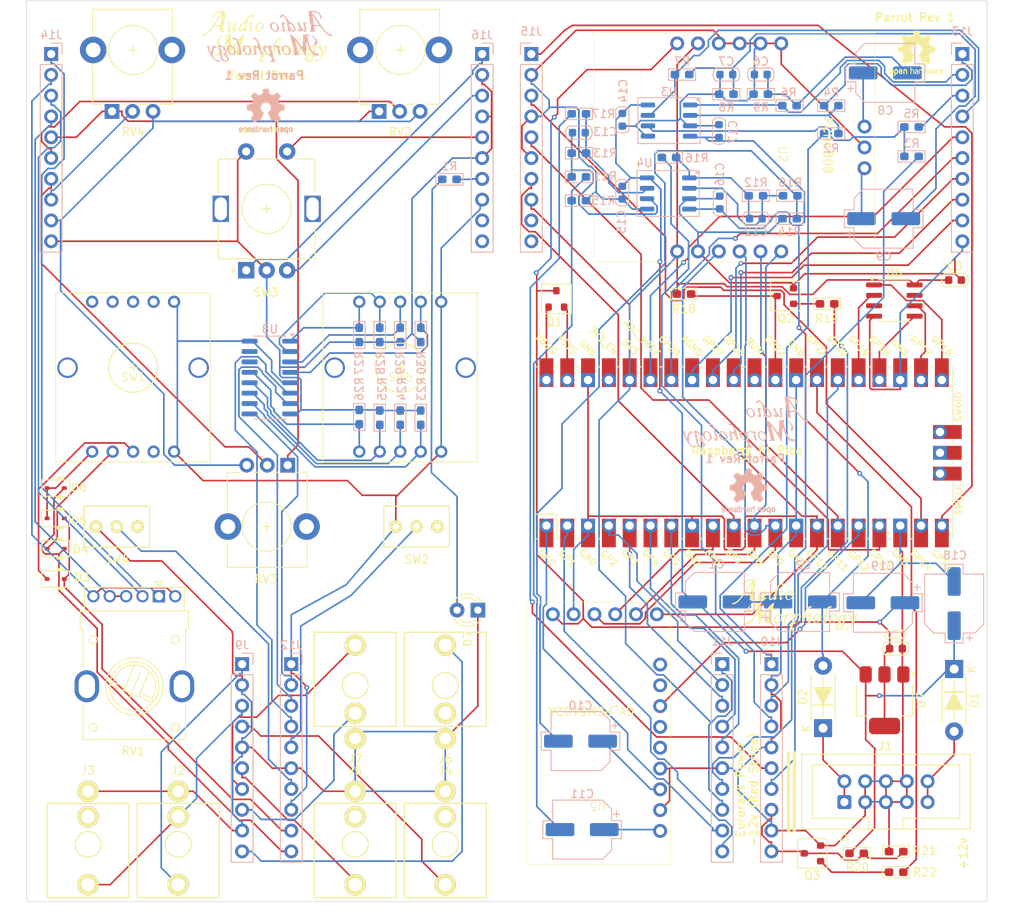
<source format=kicad_pcb>
(kicad_pcb (version 20240108) (generator "pcbnew") (generator_version "8.0")
  (layers (0 "F.Cu" signal) (31 "B.Cu" signal) (34 "B.Paste" user) (35 "F.Paste" user) (36 "B.SilkS" user "B.Silkscreen") (37 "F.SilkS" user "F.Silkscreen") (38 "B.Mask" user) (39 "F.Mask" user) (44 "Edge.Cuts" user))
  (net 0 "")
  (net 1 "VCC")
  (net 2 "GND")
  (net 3 "VEE")
  (net 4 "+3.3V")
  (net 5 "Net-(C6-Pad1)")
  (net 6 "Net-(C7-Pad1)")
  (net 7 "RIN")
  (net 8 "LIN")
  (net 9 "Net-(C10-Pad2)")
  (net 10 "ROUT")
  (net 11 "Net-(C11-Pad2)")
  (net 12 "LOUT")
  (net 13 "Net-(U4A--)")
  (net 14 "Net-(C12-Pad2)")
  (net 15 "Net-(C13-Pad2)")
  (net 16 "Net-(U4B--)")
  (net 17 "+5V")
  (net 18 "Net-(D1-A)")
  (net 19 "Net-(D2-K)")
  (net 20 "Net-(D3-A)")
  (net 21 "B_9")
  (net 22 "B_10")
  (net 23 "Net-(D4-A)")
  (net 24 "Net-(D5-A)")
  (net 25 "Net-(D7-A)")
  (net 26 "T_3")
  (net 27 "T_1")
  (net 30 "T_4")
  (net 32 "T_6")
  (net 33 "T_10")
  (net 35 "T_8")
  (net 36 "T_7")
  (net 38 "CLOCK_OUT_1")
  (net 39 "LOUT_1")
  (net 40 "RIN_1")
  (net 41 "LIN_1")
  (net 42 "ROUT_1")
  (net 43 "CLOCK_IN_1")
  (net 44 "DIV_C")
  (net 45 "ALG_B")
  (net 46 "DIV_A")
  (net 47 "ALG_A")
  (net 48 "DIV_D")
  (net 49 "DIV_B")
  (net 50 "SYNC_FREE")
  (net 51 "B_7")
  (net 52 "B_4")
  (net 53 "B_3")
  (net 54 "B_2")
  (net 55 "B_5")
  (net 56 "RVOL_1")
  (net 57 "LVOL_1")
  (net 58 "AGND")
  (net 59 "WET{slash}DRY")
  (net 60 "RVOL_2")
  (net 61 "AREF")
  (net 62 "FEEDBACK")
  (net 63 "CLOCK_SPEED")
  (net 64 "LVOL_2")
  (net 65 "P_5")
  (net 66 "P_3")
  (net 67 "P_8")
  (net 68 "P_2")
  (net 69 "P_7")
  (net 70 "P_1")
  (net 71 "P_4")
  (net 72 "P_6")
  (net 73 "P_9")
  (net 74 "ENC_A")
  (net 75 "ENC_B")
  (net 78 "ENC_SW")
  (net 79 "LED")
  (net 80 "E_3")
  (net 82 "E_7")
  (net 83 "E_1")
  (net 84 "E_5")
  (net 86 "Net-(Q1-S)")
  (net 87 "Net-(Q1-G)")
  (net 88 "CLOCK_IN")
  (net 89 "Net-(Q2-B)")
  (net 90 "Net-(Q3-B)")
  (net 91 "Net-(U3A--)")
  (net 92 "Net-(U3B--)")
  (net 93 "CLOCK_OUT")
  (net 94 "D0")
  (net 95 "D1")
  (net 96 "D2")
  (net 97 "D3")
  (net 98 "D4")
  (net 99 "D5")
  (net 100 "D6")
  (net 101 "D7")
  (net 103 "I2S_DOUT")
  (net 104 "I2S_LRCK")
  (net 105 "I2S_DIN")
  (net 106 "XSMT")
  (net 107 "SPI_MOSI")
  (net 108 "SPI_CLK")
  (net 109 "I2S_BCK")
  (net 110 "I2S_SCK")
  (net 111 "SPI_MISO")
  (net 112 "SPI_CS")
  (footprint "Diode_SMD_AKL:D_SOD-323" (layer "F.Cu") (at 33.55 96.9 180)
    (property "Reference" "D4")
    (property "Value" "1N4148WS" (hide yes))
  )
  (footprint "Diode_SMD_AKL:D_SOD-323" (layer "F.Cu") (at 33.55 89.5 180)
    (property "Reference" "D6")
    (property "Value" "1N4148WS" (hide yes))
  )
  (footprint "Resistor_SMD_AKL:R_0603_1608Metric_Pad1.05x0.95mm_HandSolder" (layer "F.Cu") (at 110.225 65.8 180)
    (property "Reference" "R18")
    (property "Value" "10k")
  )
  (footprint "Eurorack:Thonkiconn" (layer "F.Cu") (at 48.5 133 180)
    (property "Reference" "J2")
    (property "Value" "Thonkiconn")
  )
  (footprint "DSP_CodecBoards:RotaryEncoder_Alps_EC11E-Switch_Vertical_H20mm" (layer "F.Cu") (at 59.3 55.4 90)
    (property "Reference" "SW3")
    (property "Value" "RotaryEncoder_Switch")
  )
  (footprint "europi:AM_Logo" (layer "F.Cu") (at 123.7 103.7)
    (property "Reference" "G***" (hide yes))
    (property "Value" "LOGO" (hide yes))
  )
  (footprint "Eurorack:Thonkiconn" (layer "F.Cu") (at 81.1 133 180)
    (property "Reference" "J4")
    (property "Value" "Thonkiconn")
  )
  (footprint "Resistor_SMD_AKL:R_0603_1608Metric_Pad1.05x0.95mm_HandSolder" (layer "F.Cu") (at 136.125 133.883)
    (property "Reference" "R21")
    (property "Value" "3k3")
  )
  (footprint "DSP_CodecBoards:Potentiometer_Alpha_RD901F-40-00D_Single_Vertical_CircularHoles" (layer "F.Cu") (at 59.3 94.2 -90)
    (property "Reference" "RV3")
    (property "Value" "B100K")
  )
  (footprint "Package_SO:SOIC-8_3.9x4.9mm_P1.27mm" (layer "F.Cu") (at 135.9 66.6)
    (property "Reference" "U6")
    (property "Value" "APS6404L")
  )
  (footprint "Symbol:OSHW-Logo2_7.3x6mm_SilkScreen" (layer "F.Cu") (at 138.6 36.4)
    (property "Reference" "REF**" (hide yes))
    (property "Value" "OSHW-Logo2_7.3x6mm_SilkScreen" (hide yes))
  )
  (footprint "DSP_CodecBoards:Potentiometer_Alpha_RD901F-40-00D_Single_Vertical_CircularHoles" (layer "F.Cu") (at 75.6 36 90)
    (property "Reference" "RV2")
    (property "Value" "B100K")
  )
  (footprint "Eurorack:Thonkiconn" (layer "F.Cu") (at 70.1 133 180)
    (property "Reference" "J5")
    (property "Value" "Thonkiconn")
  )
  (footprint "Resistor_SMD_AKL:R_0603_1608Metric_Pad1.05x0.95mm_HandSolder" (layer "F.Cu") (at 131.3 134.1 180)
    (property "Reference" "R20")
    (property "Value" "4k7")
  )
  (footprint "DSP_CodecBoards:Potentiometer_Alpha_RD901F-40-00D_Single_Vertical_CircularHoles" (layer "F.Cu") (at 43 36 90)
    (property "Reference" "RV4")
    (property "Value" "B100K")
  )
  (footprint "Connector_IDC:IDC-Header_2x05_P2.54mm_Vertical" (layer "F.Cu") (at 129.8 127.84 90)
    (property "Reference" "J1")
    (property "Value" "Eurorack Power")
  )
  (footprint "Package_TO_SOT_SMD:SOT-223-3_TabPin2" (layer "F.Cu") (at 134.7 115.4 -90)
    (property "Reference" "U7")
    (property "Value" "LM1117MP-5.0")
  )
  (footprint "Capacitor_SMD_AKL:C_0603_1608Metric" (layer "F.Cu") (at 143.3 64.1)
    (property "Reference" "C3")
    (property "Value" "100n" (hide yes))
  )
  (footprint "europi:SPDT_Switch" (layer "F.Cu") (at 41 94.2)
    (property "Reference" "SW4")
    (property "Value" "SW_SPST")
  )
  (footprint "europi:AM_Logo" (layer "F.Cu") (at 59 34.3)
    (property "Reference" "G***" (hide yes))
    (property "Value" "LOGO" (hide yes))
  )
  (footprint "Diode_SMD_AKL:D_SOD-323" (layer "F.Cu") (at 33.55 93.2 180)
    (property "Reference" "D5")
    (property "Value" "1N4148WS" (hide yes))
  )
  (footprint "Resistor_SMD_AKL:R_0603_1608Metric_Pad1.05x0.95mm_HandSolder" (layer "F.Cu") (at 136.125 136.4)
    (property "Reference" "R22")
    (property "Value" "10k")
  )
  (footprint "LED_THT:LED_D3.0mm" (layer "F.Cu") (at 85.075 104.4 180)
    (property "Reference" "D7")
    (property "Value" "LED")
  )
  (footprint "DSP_CodecBoards:PCM1808" (layer "F.Cu") (at 115.75 47.9 -90)
    (property "Reference" "U2")
    (property "Value" "PCM1808")
  )
  (footprint "Package_TO_SOT_SMD_AKL:SOT-23" (layer "F.Cu") (at 94.65 66.4 90)
    (property "Reference" "Q1")
    (property "Value" "DMG2305UX" (hide yes))
  )
  (footprint "DSP_CodecBoards:GY_PCM5102A" (layer "F.Cu") (at 99.7 121.2 180)
    (property "Reference" "U5")
    (property "Value" "GY_PCM5102A")
  )
  (footprint "Diode_THT_AKL:D_DO-41_SOD81_P7.62mm_Horizontal" (layer "F.Cu") (at 127.2 118.81 90)
    (property "Reference" "D2")
    (property "Value" "1N5819" (hide yes))
  )
  (footprint "MCU_RaspberryPi_and_Boards:RPi_Pico_SMD_TH" (layer "F.Cu") (at 117.57 85.19 90)
    (property "Reference" "U1")
    (property "Value" "Pico")
  )
  (footprint "DSP_CodecBoards:ALPS Alpine 8-Way rotary switch SRBV Series" (layer "F.Cu") (at 43 74.8)
    (property "Reference" "SW1")
    (property "Value" "SW_Rotary_1x4")
  )
  (footprint "Package_TO_SOT_SMD_AKL:SOT-23" (layer "F.Cu") (at 125.9 134.1 180)
    (property "Reference" "Q3")
    (property "Value" "MMBT3904" (hide yes))
  )
  (footprint "Eurorack:Thonkiconn" (layer "F.Cu") (at 70.1 113.6)
    (property "Reference" "J7")
    (property "Value" "Thonkiconn")
  )
  (footprint "Eurorack:Thonkiconn" (layer "F.Cu") (at 81.1 113.6)
    (property "Reference" "J6")
    (property "Value" "Thonkiconn")
  )
  (footprint "europi:SPDT_Switch" (layer "F.Cu") (at 77.6 94.2)
    (property "Reference" "SW2")
    (property "Value" "SW_SPST")
  )
  (footprint "Package_TO_SOT_SMD_AKL:SOT-23" (layer "F.Cu") (at 122.6 66.05 180)
    (property "Reference" "Q2")
    (property "Value" "MMBT3904" (hide yes))
  )
  (footprint "DSP_CodecBoards:ALPS Alpine 8-Way rotary switch SRBV Series" (layer "F.Cu") (at 75.6 74.8)
    (property "Reference" "SW5")
    (property "Value" "SW_Rotary_1x8")
  )
  (footprint "Diode_SMD_AKL:D_SOD-323" (layer "F.Cu") (at 33.55 100.6 180)
    (property "Reference" "D3")
    (property "Value" "1N4148WS" (hide yes))
  )
  (footprint "Diode_THT_AKL:D_DO-41_SOD81_P7.62mm_Horizontal" (layer "F.Cu") (at 143.2 111.59 -90)
    (property "Reference" "D1")
    (property "Value" "1N5819" (hide yes))
  )
  (footprint "Capacitor_SMD_AKL:C_0603_1608Metric" (layer "F.Cu") (at 136.1 109.1)
    (property "Reference" "C20")
    (property "Value" "100n" (hide yes))
  )
  (footprint "Eurorack:Thonkiconn" (layer "F.Cu") (at 37.5 133 180)
    (property "Reference" "J3")
    (property "Value" "Thonkiconn")
  )
  (footprint "Symbol:OSHW-Logo2_7.3x6mm_SilkScreen" (layer "F.Cu") (at 59.2 43.5)
    (property "Reference" "REF**" (hide yes))
    (property "Value" "OSHW-Logo2_7.3x6mm_SilkScreen" (hide yes))
  )
  (footprint "Resistor_SMD_AKL:R_0603_1608Metric_Pad1.05x0.95mm_HandSolder" (layer "F.Cu") (at 127.7 67 180)
    (property "Reference" "R19")
    (property "Value" "100k")
  )
  (footprint "DSP_CodecBoards:Potentiometer_Bourns_PTV112-4_Dual_Vertical" (layer "F.Cu") (at 43 113.6 -90)
    (property "Reference" "RV1")
    (property "Value" "PTV112-4420A-A503")
  )
  (footprint "Capacitor_SMD_AKL:CP_Elec_6.3x5.8" (layer "B.Cu") (at 143.2 103.6 90)
    (property "Reference" "C18")
    (property "Value" "22u" (hide yes))
  )
  (footprint "Capacitor_SMD_AKL:CP_Elec_6.3x5.8" (layer "B.Cu") (at 134.8 38.8)
    (property "Reference" "C8")
    (property "Value" "10u" (hide yes))
  )
  (footprint "Resistor_SMD_AKL:R_0603_1608Metric_Pad1.05x0.95mm_HandSolder" (layer "B.Cu") (at 97.4 48.6)
    (property "Reference" "R13")
    (property "Value" "39k")
  )
  (footprint "Capacitor_SMD_AKL:C_0603_1608Metric" (layer "B.Cu") (at 102.7 44.525 -90)
    (property "Reference" "C14")
    (property "Value" "100n" (hide yes))
  )
  (footprint "Connector_PinHeader_2.54mm:PinHeader_1x10_P2.54mm_Vertical" (layer "B.Cu") (at 62.3 111 180)
    (property "Reference" "J12")
    (property "Value" "Conn_01x10_Pin")
  )
  (footprint "Connector_PinHeader_2.54mm:PinHeader_1x10_P2.54mm_Vertical" (layer "B.Cu") (at 85.6 36.5 180)
    (property "Reference" "J16")
    (property "Value" "Conn_01x10_Pin")
  )
  (footprint "Capacitor_SMD_AKL:C_0603_1608Metric" (layer "B.Cu") (at 102.7 53.425 -90)
    (property "Reference" "C15")
    (property "Value" "100n" (hide yes))
  )
  (footprint "Resistor_SMD_AKL:R_0603_1608Metric_Pad1.05x0.95mm_HandSolder" (layer "B.Cu") (at 123.2 53.8 180)
    (property "Reference" "R10")
    (property "Value" "5.6k")
  )
  (footprint "Connector_PinSocket_2.54mm:PinSocket_1x10_P2.54mm_Vertical" (layer "B.Cu") (at 91.6 36.5 180)
    (property "Reference" "J15")
    (property "Value" "Conn_01x10_Socket")
  )
  (footprint "Resistor_SMD_AKL:R_0603_1608Metric_Pad1.05x0.95mm_HandSolder" (layer "B.Cu") (at 75.6 80.9 90)
    (property "Reference" "R24")
    (property "Value" "4k7")
  )
  (footprint "europi:AM_Logo" (layer "B.Cu") (at 59.7 34.3 180)
    (property "Reference" "G***" (hide yes))
    (property "Value" "LOGO" (hide yes))
  )
  (footprint "Resistor_SMD_AKL:R_0603_1608Metric_Pad1.05x0.95mm_HandSolder" (layer "B.Cu") (at 108.4 49.125 180)
    (property "Reference" "R16")
    (property "Value" "1k")
  )
  (footprint "Capacitor_SMD_AKL:CP_Elec_6.3x5.8" (layer "B.Cu") (at 134.5 103.5 180)
    (property "Reference" "C19")
    (property "Value" "22u" (hide yes))
  )
  (footprint "Symbol:OSHW-Logo2_7.3x6mm_SilkScreen" (layer "B.Cu") (at 59.2 43.5 180)
    (property "Reference" "REF**" (hide yes))
    (property "Value" "OSHW-Logo2_7.3x6mm_SilkScreen" (hide yes))
  )
  (footprint "Resistor_SMD_AKL:R_0603_1608Metric_Pad1.05x0.95mm_HandSolder" (layer "B.Cu") (at 70.6 80.825 90)
    (property "Reference" "R26")
    (property "Value" "4k7")
  )
  (footprint "Resistor_SMD_AKL:R_0603_1608Metric_Pad1.05x0.95mm_HandSolder" (layer "B.Cu") (at 97.4 43.8 180)
    (property "Reference" "R17")
    (property "Value" "1k")
  )
  (footprint "Capacitor_SMD_AKL:C_0603_1608Metric" (layer "B.Cu") (at 115.4 39 180)
    (property "Reference" "C7")
    (property "Value" "220p" (hide yes))
  )
  (footprint "europi:AM_Logo" (layer "B.Cu") (at 117.8 81.4 180)
    (property "Reference" "G***" (hide yes))
    (property "Value" "LOGO" (hide yes))
  )
  (footprint "Symbol:OSHW-Logo2_7.3x6mm_SilkScreen" (layer "B.Cu") (at 118.1 89.9 180)
    (property "Reference" "REF**" (hide yes))
    (property "Value" "OSHW-Logo2_7.3x6mm_SilkScreen" (hide yes))
  )
  (footprint "Package_SO_AKL:SO-8_3.9x4.9mm_P1.27mm" (layer "B.Cu") (at 108.4 44.625 180)
    (property "Reference" "U3")
    (property "Value" "TL072CD" (hide yes))
  )
  (footprint "Capacitor_SMD_AKL:C_0603_1608Metric" (layer "B.Cu") (at 119.6 39 180)
    (property "Reference" "C6")
    (property "Value" "220p" (hide yes))
  )
  (footprint "Connector_PinSocket_2.54mm:PinSocket_1x10_P2.54mm_Vertical" (layer "B.Cu") (at 114.9 111 180)
    (property "Reference" "J11")
    (property "Value" "Conn_01x10_Socket")
  )
  (footprint "Resistor_SMD_AKL:R_0603_1608Metric_Pad1.05x0.95mm_HandSolder" (layer "B.Cu") (at 73.1 70.8 -90)
    (property "Reference" "R28")
    (property "Value" "4k7")
  )
  (footprint "Package_SO_AKL:SO-8_3.9x4.9mm_P1.27mm" (layer "B.Cu") (at 108.3 53.525 180)
    (property "Reference" "U4")
    (property "Value" "TL072CD" (hide yes))
  )
  (footprint "Capacitor_SMD_AKL:CP_Elec_6.3x5.8" (layer "B.Cu") (at 114 103.4)
    (property "Reference" "C1")
    (property "Value" "CP_SMD_D6.3mm_H5.8mm" (hide yes))
  )
  (footprint "Resistor_SMD_AKL:R_0603_1608Metric_Pad1.05x0.95mm_HandSolder" (layer "B.Cu") (at 78.1 80.9 90)
    (property "Reference" "R23")
    (property "Value" "4k7")
  )
  (footprint "Capacitor_SMD_AKL:CP_Elec_6.3x5.8" (layer "B.Cu") (at 134.6 56.6)
    (property "Reference" "C9")
    (property "Value" "10u" (hide yes))
  )
  (footprint "Connector_PinSocket_2.54mm:PinSocket_1x10_P2.54mm_Vertical" (layer "B.Cu") (at 120.9 111 180)
    (property "Reference" "J10")
    (property "Value" "Conn_01x10_Socket")
  )
  (footprint "Capacitor_SMD_AKL:CP_Elec_6.3x5.8" (layer "B.Cu") (at 97.8 131.2 180)
    (property "Reference" "C11")
    (property "Value" "10u" (hide yes))
  )
  (footprint "Resistor_SMD_AKL:R_0603_1608Metric_Pad1.05x0.95mm_HandSolder" (layer "B.Cu") (at 73.1 80.9 90)
    (property "Reference" "R25")
    (property "Value" "4k7")
  )
  (footprint "Connector_PinHeader_2.54mm:PinHeader_1x10_P2.54mm_Vertical" (layer "B.Cu") (at 56.3 111 180)
    (property "Reference" "J9")
    (property "Value" "Conn_01x10_Pin")
  )
  (footprint "Resistor_SMD_AKL:R_0603_1608Metric_Pad1.05x0.95mm_HandSolder" (layer "B.Cu") (at 115.4 41.4)
    (property "Reference" "R8")
    (property "Value" "5.6k")
  )
  (footprint "Resistor_SMD_AKL:R_0603_1608Metric_Pad1.05x0.95mm_HandSolder" (layer "B.Cu") (at 97.4 51.5 180)
    (property "Reference" "R11")
    (property "Value" "5.6k")
  )
  (footprint "Resistor_SMD_AKL:R_0603_1608Metric_Pad1.05x0.95mm_HandSolder" (layer "B.Cu") (at 119 53.8 180)
    (property "Reference" "R12")
    (property "Value" "39k")
  )
  (footprint "Resistor_SMD_AKL:R_0603_1608Metric_Pad1.05x0.95mm_HandSolder" (layer "B.Cu") (at 128.2 46.2)
    (property "Reference" "R2")
    (property "Value" "22k")
  )
  (footprint "Resistor_SMD_AKL:R_0603_1608Metric_Pad1.05x0.95mm_HandSolder" (layer "B.Cu") (at 81.6 51.8 180)
    (property "Reference" "R1")
    (property "Value" "330")
  )
  (footprint "Capacitor_SMD_AKL:CP_Elec_6.3x5.8" (layer "B.Cu") (at 97.6 120.4 180)
    (property "Reference" "C10")
    (property "Value" "10u" (hide yes))
  )
  (footprint "Capacitor_SMD_AKL:CP_Elec_6.3x5.8" (layer "B.Cu") (at 124.4 103.4)
    (property "Reference" "C2")
    (property "Value" "CP_SMD_D6.3mm_H5.8mm" (hide yes))
  )
  (footprint "Resistor_SMD_AKL:R_0603_1608Metric_Pad1.05x0.95mm_HandSolder" (layer "B.Cu") (at 78.1 70.8 -90)
    (property "Reference" "R30")
    (property "Value" "4k7")
  )
  (footprint "Resistor_SMD_AKL:R_0603_1608Metric_Pad1.05x0.95mm_HandSolder" (layer "B.Cu") (at 123.1 42.8)
    (property "Reference" "R6")
    (property "Value" "5.6k")
  )
  (footprint "Package_SO:SOIC-16_3.9x9.9mm_P1.27mm" (layer "B.Cu") (at 59.7 76 180)
    (property "Reference" "U8")
    (property "Value" "MC14532B")
  )
  (footprint "Resistor_SMD_AKL:R_0603_1608Metric_Pad1.05x0.95mm_HandSolder" (layer "B.Cu") (at 138 45.4)
    (property "Reference" "R5")
    (property "Value" "3.3k")
  )
  (footprint "Capacitor_SMD_AKL:C_0603_1608Metric" (layer "B.Cu") (at 114.5 45.9 -90)
    (property "Reference" "C17")
    (property "Value" "100n" (hide yes))
  )
  (footprint "Resistor_SMD_AKL:R_0603_1608Metric_Pad1.05x0.95mm_HandSolder" (layer "B.Cu") (at 75.6 70.8 -90)
    (property "Reference" "R29")
    (property "Value" "4k7")
  )
  (footprint "Resistor_SMD_AKL:R_0603_1608Metric_Pad1.05x0.95mm_HandSolder" (layer "B.Cu") (at 138 49 180)
    (property "Reference" "R3")
    (property "Value" "22k")
  )
  (footprint "Connector_PinHeader_2.54mm:PinHeader_1x10_P2.54mm_Vertical" (layer "B.Cu") (at 33 36.5 180)
    (property "Reference" "J14")
    (property "Value" "Conn_01x10_Pin")
  )
  (footprint "Resistor_SMD_AKL:R_0603_1608Metric_Pad1.05x0.95mm_HandSolder" (layer "B.Cu") (at 70.6 70.8 -90)
    (property "Reference" "R27")
    (property "Value" "4k7")
  )
  (footprint "Resistor_SMD_AKL:R_0603_1608Metric_Pad1.05x0.95mm_HandSolder" (layer "B.Cu") (at 128.2 42.8 180)
    (property "Reference" "R4")
    (property "Value" "3.3k")
  )
  (footprint "Resistor_SMD_AKL:R_0603_1608Metric_Pad1.05x0.95mm_HandSolder" (layer "B.Cu") (at 123.125 56.6)
    (property "Reference" "R14")
    (property "Value" "39k")
  )
  (footprint "Connector_PinSocket_2.54mm:PinSocket_1x10_P2.54mm_Vertical" (layer "B.Cu") (at 144.2 36.5 180)
    (property "Reference" "J13")
    (property "Value" "Conn_01x10_Socket")
  )
  (footprint "Capacitor_SMD_AKL:C_0603_1608Metric" (layer "B.Cu") (at 114.6 54.625 -90)
    (property "Reference" "C16")
    (property "Value" "100n" (hide yes))
  )
  (footprint "Resistor_SMD_AKL:R_0603_1608Metric_Pad1.05x0.95mm_HandSolder" (layer "B.Cu") (at 119.6 41.4)
    (property "Reference" "R9")
    (property "Value" "5.6k")
  )
  (footprint "Capacitor_SMD_AKL:C_0603_1608Metric" (layer "B.Cu") (at 119 56.6 180)
    (property "Reference" "C12")
    (property "Value" "18p" (hide yes))
  )
  (footprint "Resistor_SMD_AKL:R_0603_1608Metric_Pad1.05x0.95mm_HandSolder" (layer "B.Cu") (at 110 39)
    (property "Reference" "R7")
    (property "Value" "5.6k")
  )
  (footprint "Capacitor_SMD_AKL:C_0603_1608Metric" (layer "B.Cu") (at 97.4 46.1)
    (property "Reference" "C13")
    (property "Value" "18p" (hide yes))
  )
  (footprint "Resistor_SMD_AKL:R_0603_1608Metric_Pad1.05x0.95mm_HandSolder" (layer "B.Cu") (at 97.4 54.4 180)
    (property "Reference" "R15")
    (property "Value" "39k")
  )
  (gr_line (start 82.3 90.3) (end 79.4 87.6) (stroke (width 0.2)) (layer "B.Cu") (net 25))
  (gr_line (start 132.4 127.8) (end 135 127.8) (stroke (width 0.2)) (layer "B.Cu") (net 2))
  (gr_line (start 79.4 87.6) (end 79.5 53) (stroke (width 0.2)) (layer "B.Cu") (net 25))
  (gr_line (start 123 121.8) (end 123 131.4) (stroke (width 0.4)) (layer "F.SilkS"))
  (gr_line (start 123.7 121.8) (end 123.7 131.4) (stroke (width 0.4)) (layer "F.SilkS"))
  (gr_rect (start 30 30) (end 147.2 140) (stroke (width 0.05)) (fill none) (layer "Edge.Cuts"))
  (gr_rect (start 30 30) (end 147.2 140) (stroke (width 0.05)) (fill none) (layer "Edge.Cuts"))
  (gr_text "Parrot Rev 1" (at 64 39.7 -0) (layer "B.SilkS") (effects (font (size 1 1) (thickness 0.2) (bold yes)) (justify left bottom mirror)))
  (gr_text "Parrot Rev 1" (at 122.7 86.5 0) (layer "B.SilkS") (effects (font (size 1 1) (thickness 0.2) (bold yes)) (justify left bottom mirror)))
  (gr_text "Parrot Rev 1" (at 54.3 39.7 0) (layer "F.SilkS") (effects (font (size 1 1) (thickness 0.2) (bold yes)) (justify left bottom)))
  (gr_text "Parrot Rev 1" (at 133.4 32.6 0) (layer "F.SilkS") (effects (font (size 1 1) (thickness 0.2) (bold yes)) (justify left bottom)))
  (gr_text "+12v" (at 144.9 136.2 90) (layer "F.SilkS") (effects (font (size 1 1) (thickness 0.2) (bold yes)) (justify left bottom)))
  (gr_text "Raspberry Pi Pico" (at 111 85.5 0) (layer "F.SilkS") (effects (font (size 1 1) (thickness 0.2) (bold yes)) (justify left bottom)))
  (gr_text "Eurorack Power\n-12v (Red Stripe)" (at 119.3 126.3 90) (layer "F.SilkS") (effects (font (size 1 1) (thickness 0.2) (bold yes)) (justify bottom)))
  (segment (start 132.4 112.25) (end 129.5749 109.4249) (width 0.2) (layer "F.Cu") (net 1))
  (segment (start 129.5749 109.4249) (end 117.8038 109.4249) (width 0.2) (layer "F.Cu") (net 1))
  (segment (start 132.4 120.2) (end 132.4 114.849) (width 0.2) (layer "F.Cu") (net 1))
  (segment (start 107.29 77.6359) (end 107.29 61.86) (width 0.2) (layer "F.Cu") (net 1))
  (segment (start 133.49 121.51) (end 133.6 121.4) (width 0.2) (layer "F.Cu") (net 1))
  (segment (start 133.6 121.4) (end 132.4 120.2) (width 0.2) (layer "F.Cu") (net 1))
  (segment (start 133.49 131.035) (end 133.49 121.51) (width 0.2) (layer "F.Cu") (net 1))
  (segment (start 132.4 114.849) (end 134.069 114.849) (width 0.2) (layer "F.Cu") (net 1))
  (segment (start 132.4 114.849) (end 132.4 112.25) (width 0.2) (layer "F.Cu") (net 1))
  (segment (start 130.425 134.1) (end 133.49 131.035) (width 0.2) (layer "F.Cu") (net 1))
  (via (at 107.29 77.6359) (size 0.6) (drill 0.3) (layers "F.Cu" "B.Cu") (net 1))
  (via (at 107.29 61.86) (size 0.6) (drill 0.3) (layers "F.Cu" "B.Cu") (net 1))
  (via (at 134.069 114.849) (size 0.6) (drill 0.3) (layers "F.Cu" "B.Cu") (net 1))
  (via (at 117.8038 109.4249) (size 0.6) (drill 0.3) (layers "F.Cu" "B.Cu") (net 1))
  (segment (start 143.2 110.89) (end 143.2 106.3) (width 0.2) (layer "B.Cu") (net 1))
  (segment (start 105.725 51.62) (end 106.016 51.62) (width 0.2) (layer "B.Cu") (net 1))
  (segment (start 107.403 61.7476) (end 107.29 61.86) (width 0.2) (layer "B.Cu") (net 1))
  (segment (start 110.019 80.3648) (end 107.29 77.6359) (width 0.2) (layer "B.Cu") (net 1))
  (segment (start 117.8038 109.4249) (end 111.7789 103.4) (width 0.2) (layer "B.Cu") (net 1))
  (segment (start 103.73 51.62) (end 102.7 52.65) (width 0.2) (layer "B.Cu") (net 1))
  (segment (start 143.2 111.59) (end 142.5 111.59) (width 0.2) (layer "B.Cu") (net 1))
  (segment (start 110.019 102.119) (end 110.019 80.3648) (width 0.2) (layer "B.Cu") (net 1))
  (segment (start 101.924 44.5261) (end 102.7 43.75) (width 0.2) (layer "B.Cu") (net 1))
  (segment (start 105.725 51.62) (end 103.73 51.62) (width 0.2) (layer "B.Cu") (net 1))
  (segment (start 107.403 53.0065) (end 107.403 61.7476) (width 0.2) (layer "B.Cu") (net 1))
  (segment (start 101.924 49.8139) (end 101.924 44.5261) (width 0.2) (layer "B.Cu") (net 1))
  (segment (start 111.7789 103.4) (end 111.3 103.4) (width 0.2) (layer "B.Cu") (net 1))
  (segment (start 103.73 42.72) (end 105.825 42.72) (width 0.2) (layer "B.Cu") (net 1))
  (segment (start 142.5 111.59) (end 139.241 114.849) (width 0.2) (layer "B.Cu") (net 1))
  (segment (start 102.7 43.75) (end 103.73 42.72) (width 0.2) (layer "B.Cu") (net 1))
  (segment (start 139.241 114.849) (end 134.069 114.849) (width 0.2) (layer "B.Cu") (net 1))
  (segment (start 103.73 51.62) (end 101.924 49.8139) (width 0.2) (layer "B.Cu") (net 1))
  (segment (start 111.3 103.4) (end 110.019 102.119) (width 0.2) (layer "B.Cu") (net 1))
  (segment (start 142.5 111.59) (end 143.2 110.89) (width 0.2) (layer "B.Cu") (net 1))
  (segment (start 106.016 51.62) (end 107.403 53.0065) (width 0.2) (layer "B.Cu") (net 1))
  (segment (start 122.1 35.2) (end 122.1 37.74) (width 0.2) (layer "F.Cu") (net 2))
  (segment (start 37.5 126.52) (end 48.5 126.52) (width 0.2) (layer "F.Cu") (net 2))
  (segment (start 115.773 64.4333) (end 111.94 60.6) (width 0.2) (layer "F.Cu") (net 2))
  (segment (start 132.34 129.46) (end 132.34 127.84) (width 0.2) (layer "F.Cu") (net 2))
  (segment (start 137 112.25) (end 136.9375 112.1875) (width 0.2) (layer "F.Cu") (net 2))
  (segment (start 38.46 94.2) (end 42.66 98.4) (width 0.2) (layer "F.Cu") (net 2))
  (segment (start 117.866 92.9299) (end 117.69 93.1058) (width 0.2) (layer "F.Cu") (net 2))
  (segment (start 42.66 98.4) (end 46.5 98.4) (width 0.2) (layer "F.Cu") (net 2))
  (segment (start 134.88 127.84) (end 134.88 125.3) (width 0.2) (layer "F.Cu") (net 2))
  (segment (start 117.69 93.1058) (end 117.69 96.6646) (width 0.2) (layer "F.Cu") (net 2))
  (segment (start 134.88 125.3) (end 137.42 125.3) (width 0.2) (layer "F.Cu") (net 2))
  (segment (start 86.7501 48.0499) (end 85.6 49.2) (width 0.2) (layer "F.Cu") (net 2))
  (segment (start 98.52 94.08) (end 98.52 92.9299) (width 0.2) (layer "F.Cu") (net 2))
  (segment (start 115.15 93.2434) (end 114.836 92.9299) (width 0.2) (layer "F.Cu") (net 2))
  (segment (start 56.3 131.32) (end 55.1499 131.32) (width 0.2) (layer "F.Cu") (net 2))
  (segment (start 123.6 64.7074) (end 124.984 63.3239) (width 0.2) (layer "F.Cu") (net 2))
  (segment (start 117.69 96.6646) (end 117.324 97.0302) (width 0.2) (layer "F.Cu") (net 2))
  (segment (start 123.6 65.1) (end 123.6 64.7074) (width 0.2) (layer "F.Cu") (net 2))
  (segment (start 59.9901 123.7) (end 62.3 123.7) (width 0.2) (layer "F.Cu") (net 2))
  (segment (start 136.62 97.0301) (end 136.62 94.08) (width 0.2) (layer "F.Cu") (net 2))
  (segment (start 90.45 45.27) (end 90.45 46.0849) (width 0.2) (layer "F.Cu") (net 2))
  (segment (start 55.76 59.36) (end 55.76 49.44) (width 0.2) (layer "F.Cu") (net 2))
  (segment (start 121.188 114.69) (end 122.058 115.561) (width 0.2) (layer "F.Cu") (net 2))
  (segment (start 124.984 63.3239) (end 143.299 63.3239) (width 0.2) (layer "F.Cu") (net 2))
  (segment (start 120.9 131.32) (end 125.07 131.32) (width 0.2) (layer "F.Cu") (net 2))
  (segment (start 136.62 76.3) (end 136.62 77.4501) (width 0.2) (layer "F.Cu") (net 2))
  (segment (start 122.058 119.09) (end 121.138 120.01) (width 0.2) (layer "F.Cu") (net 2))
  (segment (start 85.075 116.105) (end 85.075 104.4) (width 0.2) (layer "F.Cu") (net 2))
  (segment (start 33 59.36) (end 55.76 59.36) (width 0.2) (layer "F.Cu") (net 2))
  (segment (start 144.2 59.36) (end 144.2 60.5101) (width 0.2) (layer "F.Cu") (net 2))
  (segment (start 111.22 94.08) (end 111.22 92.9299) (width 0.2) (layer "F.Cu") (net 2))
  (segment (start 144.2 60.5101) (end 143.299 61.4112) (width 0.2) (layer "F.Cu") (net 2))
  (segment (start 55.5093 112.39) (end 56.3 112.39) (width 0.2) (layer "F.Cu") (net 2))
  (segment (start 114.9 123.7) (end 108.513 123.7) (width 0.2) (layer "F.Cu") (net 2))
  (segment (start 86.7501 44.12) (end 86.7501 46.0849) (width 0.2) (layer "F.Cu") (net 2))
  (segment (start 122.1 37.74) (end 132.26 47.9) (width 0.2) (layer "F.Cu") (net 2))
  (segment (start 123.6 64.7074) (end 123.326 64.4333) (width 0.2) (layer "F.Cu") (net 2))
  (segment (start 117.324 97.0302) (end 115.286 97.0302) (width 0.2) (layer "F.Cu") (net 2))
  (segment (start 86.7501 44.12) (end 86.7501 41.1019) (width 0.2) (layer "F.Cu") (net 2))
  (segment (start 126.9 133.15) (end 128.65 133.15) (width 0.2) (layer "F.Cu") (net 2))
  (segment (start 85.6 44.12) (end 86.7501 44.12) (width 0.2) (layer "F.Cu") (net 2))
  (segment (start 90.45 46.0849) (end 90.45 48.05) (width 0.2) (layer "F.Cu") (net 2))
  (segment (start 123.92 94.08) (end 123.92 92.9299) (width 0.2) (layer "F.Cu") (net 2))
  (segment (start 125.07 131.32) (end 126.9 133.15) (width 0.2) (layer "F.Cu") (net 2))
  (segment (start 108.473 127.667) (end 107.32 128.82) (width 0.2) (layer "F.Cu") (net 2))
  (segment (start 55.1499 131.32) (end 50.3499 126.52) (width 0.2) (layer "F.Cu") (net 2))
  (segment (start 136.875 112.125) (end 136.875 109.1) (width 0.2) (layer "F.Cu") (net 2))
  (segment (start 63.4501 123.7) (end 66.2701 126.52) (width 0.2) (layer "F.Cu") (net 2))
  (segment (start 85.6 40.1901) (end 85.6 39.04) (width 0.2) (layer "F.Cu") (net 2))
  (segment (start 132.898 69.032) (end 133.425 68.505) (width 0.2) (layer "F.Cu") (net 2))
  (segment (start 143.299 61.4112) (end 143.299 63.3239) (width 0.2) (layer "F.Cu") (net 2))
  (segment (start 143.299 63.3239) (end 144.075 64.1) (width 0.2) (layer "F.Cu") (net 2))
  (segment (start 55.76 59.36) (end 59.3 62.9) (width 0.2) (layer "F.Cu") (net 2))
  (segment (start 55.1 107.2) (end 55.1499 107.2499) (width 0.2) (layer "F.Cu") (net 2))
  (segment (start 85.8383 40.1901) (end 85.6 40.1901) (width 0.2) (layer "F.Cu") (net 2))
  (segment (start 55.1499 107.2499) (end 55.1499 112.03) (width 0.2) (layer "F.Cu") (net 2))
  (segment (start 137.42 125.3) (end 137.42 127.84) (width 0.2) (layer "F.Cu") (net 2))
  (segment (start 121.138 120.01) (end 120.9 120.01) (width 0.2) (layer "F.Cu") (net 2))
  (segment (start 134.88 127.84) (end 134.88 127.92) (width 0.2) (layer "F.Cu") (net 2))
  (segment (start 123.326 64.4333) (end 115.773 64.4333) (width 0.2) (layer "F.Cu") (net 2))
  (segment (start 55.76 49.44) (end 56.8 48.4) (width 0.2) (layer "F.Cu") (net 2))
  (segment (start 56.3 121.16) (end 57.4501 121.16) (width 0.2) (layer "F.Cu") (net 2))
  (segment (start 122.058 115.561) (end 122.058 119.09) (width 0.2) (layer "F.Cu") (net 2))
  (segment (start 132.898 77.2424) (end 132.898 69.032) (width 0.2) (layer "F.Cu") (net 2))
  (segment (start 108.473 123.74) (end 108.473 127.667) (width 0.2) (layer "F.Cu") (net 2))
  (segment (start 115.15 96.8943) (end 115.15 93.2434) (width 0.2) (layer "F.Cu") (net 2))
  (segment (start 132.34 125.3) (end 132.34 127.84) (width 0.2) (layer "F.Cu") (net 2))
  (segment (start 108.473 123.74) (end 107.32 123.74) (width 0.2) (layer "F.Cu") (net 2))
  (segment (start 57.4501 121.16) (end 59.9901 123.7) (width 0.2) (layer "F.Cu") (net 2))
  (segment (start 114.48 34.28) (end 114.48 35.2) (width 0.2) (layer "F.Cu") (net 2))
  (segment (start 98.52 92.9299) (end 98.52 76.3) (width 0.2) (layer "F.Cu") (net 2))
  (segment (start 55.1499 112.03) (end 55.5093 112.39) (width 0.2) (layer "F.Cu") (net 2))
  (segment (start 136.9375 124.8175) (end 137.42 125.3) (width 0.2) (layer "F.Cu") (net 2))
  (segment (start 86.7501 46.0849) (end 86.7501 48.0499) (width 0.2) (layer "F.Cu") (net 2))
  (segment (start 55.1 107) (end 55.1 107.2) (width 0.2) (layer "F.Cu") (net 2))
  (segment (start 50.3499 126.52) (end 48.5 126.52) (width 0.2) (layer "F.Cu") (net 2))
  (segment (start 134.88 127.84) (end 137.42 127.84) (width 0.2) (layer "F.Cu") (net 2))
  (segment (start 62.3 123.7) (end 63.4501 123.7) (width 0.2) (layer "F.Cu") (net 2))
  (segment (start 123.92 92.9299) (end 117.866 92.9299) (width 0.2) (layer "F.Cu") (net 2))
  (segment (start 108.513 123.7) (end 108.473 123.74) (width 0.2) (layer "F.Cu") (net 2))
  (segment (start 46.5 98.4) (end 55.1 107) (width 0.2) (layer "F.Cu") (net 2))
  (segment (start 136.62 77.4501) (end 133.106 77.4501) (width 0.2) (layer "F.Cu") (net 2))
  (segment (start 133.106 77.4501) (end 132.898 77.2424) (width 0.2) (layer "F.Cu") (net 2))
  (segment (start 136.875 97.2851) (end 136.62 97.0301) (width 0.2) (layer "F.Cu") (net 2))
  (segment (start 113.8 33.6) (end 114.48 34.28) (width 0.2) (layer "F.Cu") (net 2))
  (segment (start 134.88 127.92) (end 135.25 128.29) (width 0.2) (layer "F.Cu") (net 2))
  (segment (start 66.2701 126.52) (end 70.1 126.52) (width 0.2) (layer "F.Cu") (net 2))
  (segment (start 114.48 35.2) (end 117.02 35.2) (width 0.2) (layer "F.Cu") (net 2))
  (segment (start 119.56 35.2) (end 122.1 35.2) (width 0.2) (layer "F.Cu") (net 2))
  (segment (start 117.02 35.2) (end 119.56 35.2) (width 0.2) (layer "F.Cu") (net 2))
  (segment (start 136.9375 112.1875) (end 136.9375 124.8175) (width 0.2) (layer "F.Cu") (net 2))
  (segment (start 91.6 44.12) (end 90.45 45.27) (width 0.2) (layer "F.Cu") (net 2))
  (segment (start 120.9 114.69) (end 121.188 114.69) (width 0.2) (layer "F.Cu") (net 2))
  (segment (start 81.1 120.08) (end 85.075 116.105) (width 0.2) (layer "F.Cu") (net 2))
  (segment (start 56.3 112.39) (end 56.3 113.54) (width 0.2) (layer "F.Cu") (net 2))
  (segment (start 135.25 128.29) (end 135.25 133.883) (width 0.2) (layer "F.Cu") (net 2))
  (segment (start 136.9375 112.1875) (end 136.875 112.125) (width 0.2) (layer "F.Cu") (net 2))
  (segment (start 90.45 48.05) (end 91.6 49.2) (width 0.2) (layer "F.Cu") (net 2))
  (segment (start 136.875 109.1) (end 136.875 97.2851) (width 0.2) (layer "F.Cu") (net 2))
  (segment (start 128.65 133.15) (end 132.34 129.46) (width 0.2) (layer "F.Cu") (net 2))
  (segment (start 86.7501 41.1019) (end 85.8383 40.1901) (width 0.2) (layer "F.Cu") (net 2))
  (segment (start 98.52 92.9299) (end 111.22 92.9299) (width 0.2) (layer "F.Cu") (net 2))
  (segment (start 120.9 113.54) (end 120.9 114.69) (width 0.2) (layer "F.Cu") (net 2))
  (segment (start 115.286 97.0302) (end 115.15 96.8943) (width 0.2) (layer "F.Cu") (net 2))
  (segment (start 120.9 120.01) (end 120.9 121.16) (width 0.2) (layer "F.Cu") (net 2))
  (segment (start 97.04 33.6) (end 113.8 33.6) (width 0.2) (layer "F.Cu") (net 2))
  (segment (start 114.836 92.9299) (end 111.22 92.9299) (width 0.2) (layer "F.Cu") (net 2))
  (segment (start 91.6 39.04) (end 97.04 33.6) (width 0.2) (layer "F.Cu") (net 2))
  (segment (start 136.62 98.68) (end 131.8 103.5) (width 0.2) (layer "B.Cu") (net 2))
  (segment (start 116.8312 124.0787) (end 119.7499 121.16) (width 0.2) (layer "B.Cu") (net 2))
  (segment (start 85.6 49.2) (end 81.9835 49.2) (width 0.2) (layer "B.Cu") (net 2))
  (segment (start 70.95 119.23) (end 70.1 120.08) (width 0.2) (layer "B.Cu") (net 2))
  (segment (start 56.3 120.01) (end 56.5875 120.01) (width 0.2) (layer "B.Cu") (net 2))
  (segment (start 110.875 54.16) (end 114.29 54.16) (width 0.2) (layer "B.Cu") (net 2))
  (segment (start 120.9 112.3899) (end 121.6907 112.3899) (width 0.2) (layer "B.Cu") (net 2))
  (segment (start 114.625 41.4) (end 114.525 41.4) (width 0.2) (layer "B.Cu") (net 2))
  (segment (start 73.1 80.025) (end 75.6 80.025) (width 0.2) (layer "B.Cu") (net 2))
  (segment (start 110.759 41.4) (end 109.785 42.3738) (width 0.2) (layer "B.Cu") (net 2))
  (segment (start 99.2838 53.3912) (end 99.518 53.3912) (width 0.2) (layer "B.Cu") (net 2))
  (segment (start 80.25 119.23) (end 79.0156 119.23) (width 0.2) (layer "B.Cu") (net 2))
  (segment (start 109.694 55.086) (end 110.62 54.16) (width 0.2) (layer "B.Cu") (net 2))
  (segment (start 120.9 130.1699) (end 120.6124 130.1699) (width 0.2) (layer "B.Cu") (net 2))
  (segment (start 140.98 98.68) (end 143.2 100.9) (width 0.2) (layer "B.Cu") (net 2))
  (segment (start 105.825 46.53) (end 105.573 46.53) (width 0.2) (layer "B.Cu") (net 2))
  (segment (start 111.94 58.2506) (end 109.694 56.0044) (width 0.2) (layer "B.Cu") (net 2))
  (segment (start 104.301 45.258) (end 104.934 44.6251) (width 0.2) (layer "B.Cu") (net 2))
  (segment (start 98.6013 50.2296) (end 97.4 49.0283) (width 0.2) (layer "B.Cu") (net 2))
  (segment (start 109.499 44.6251) (end 109.785 44.3391) (width 0.2) (layer "B.Cu") (net 2))
  (segment (start 63.2008 76) (end 61.1977 76) (width 0.2) (layer "B.Cu") (net 2))
  (segment (start 97.4 43.3371) (end 97.0599 42.997) (width 0.2) (layer "B.Cu") (net 2))
  (segment (start 120.9 121.16) (end 119.7499 121.16) (width 0.2) (layer "B.Cu") (net 2))
  (segment (start 75.6 71.675) (end 75.9876 71.675) (width 0.2) (layer "B.Cu") (net 2))
  (segment (start 116.8312 126.3887) (end 116.8312 124.0787) (width 0.2) (layer "B.Cu") (net 2))
  (segment (start 73.025 79.95) (end 73.1 80.025) (width 0.2) (layer "B.Cu") (net 2))
  (segment (start 98.275 54.4) (end 99.2838 53.3912) (width 0.2) (layer "B.Cu") (net 2))
  (segment (start 60.8992 74.73) (end 60.8992 72.6422) (width 0.2) (layer "B.Cu") (net 2))
  (segment (start 117.947 42.1778) (end 115.403 42.1778) (width 0.2) (layer "B.Cu") (net 2))
  (segment (start 114.625 41.4) (end 114.625 39) (width 0.2) (layer "B.Cu") (net 2))
  (segment (start 98.52 95.2301) (end 96.76 96.9901) (width 0.2) (layer "B.Cu") (net 2))
  (segment (start 99.518 53.3912) (end 100.327 54.2) (width 0.2) (layer "B.Cu") (net 2))
  (segment (start 136.62 98.68) (end 140.98 98.68) (width 0.2) (layer "B.Cu") (net 2))
  (segment (start 118.725 41.4) (end 118.825 41.3) (width 0.2) (layer "B.Cu") (net 2))
  (segment (start 122.25 56.6) (end 120.599 58.2506) (width 0.2) (layer "B.Cu") (net 2))
  (segment (start 123.92 94.08) (end 123.92 76.3) (width 0.2) (layer "B.Cu") (net 2))
  (segment (start 114.29 54.16) (end 114.6 53.85) (width 0.2) (layer "B.Cu") (net 2))
  (segment (start 62.9919 80.445) (end 63.4869 79.95) (width 0.2) (layer "B.Cu") (net 2))
  (segment (start 97.0599 42.997) (end 93.7721 42.997) (width 0.2) (layer "B.Cu") (net 2))
  (segment (start 110.62 54.16) (end 110.875 54.16) (width 0.2) (layer "B.Cu") (net 2))
  (segment (start 56.5383 114.69) (end 56.3 114.69) (width 0.2) (layer "B.Cu") (net 2))
  (segment (start 116.4288 124.0787) (end 116.8312 124.0787) (width 0.2) (layer "B.Cu") (net 2))
  (segment (start 56.3 114.69) (end 56.3 113.54) (width 0.2) (layer "B.Cu") (net 2))
  (segment (start 116.0501 123.7) (end 116.4288 124.0787) (width 0.2) (layer "B.Cu") (net 2))
  (segment (start 70.1 126.52) (end 81.1 126.52) (width 0.2) (layer "B.Cu") (net 2))
  (segment (start 118.825 35.935) (end 119.56 35.2) (width 0.2) (layer "B.Cu") (net 2))
  (segment (start 55.1419 123.23) (end 56.0617 122.31) (width 0.2) (layer "B.Cu") (net 2))
  (segment (start 109.785 42.3738) (end 109.785 44.3391) (width 0.2) (layer "B.Cu") (net 2))
  (segment (start 91.6 44.12) (end 92.7501 44.12) (width 0.2) (layer "B.Cu") (net 2))
  (segment (start 132.34 125.3) (end 134.88 125.3) (width 0.2) (layer "B.Cu") (net 2))
  (segment (start 136.62 94.08) (end 136.62 98.68) (width 0.2) (layer "B.Cu") (net 2))
  (segment (start 120.9 113.54) (end 120.9 112.3899) (width 0.2) (layer "B.Cu") (net 2))
  (segment (start 56.0617 122.31) (end 56.3 122.31) (width 0.2) (layer "B.Cu") (net 2))
  (segment (start 114.9 123.7) (end 116.0501 123.7) (width 0.2) (layer "B.Cu") (net 2))
  (segment (start 61.1977 76) (end 60.8992 75.7015) (width 0.2) (layer "B.Cu") (net 2))
  (segment (start 60.8992 72.6422) (end 59.3 71.043) (width 0.2) (layer "B.Cu") (net 2))
  (segment (start 55.1419 129.299) (end 55.1419 123.23) (width 0.2) (layer "B.Cu") (net 2))
  (segment (start 63.9317 74.73) (end 66.9867 71.675) (width 0.2) (layer "B.Cu") (net 2))
  (segment (start 81.1 126.52) (end 81.1 120.08) (width 0.2) (layer "B.Cu") (net 2))
  (segment (start 60.8992 75.7015) (end 60.8992 74.73) (width 0.2) (layer "B.Cu") (net 2))
  (segment (start 121.7 97.4501) (end 123.92 95.2301) (width 0.2) (layer "B.Cu") (net 2))
  (segment (start 118.825 41.3) (end 118.825 39) (width 0.2) (layer "B.Cu") (net 2))
  (segment (start 96.76 96.9901) (end 96.76 104.91) (width 0.2) (layer "B.Cu") (net 2))
  (segment (start 99.518 50.8678) (end 98.8798 50.2296) (width 0.2) (layer "B.Cu") (net 2))
  (segment (start 104.259 45.3) (end 104.301 45.258) (width 0.2) (layer "B.Cu") (net 2))
  (segment (start 120.9 131.32) (end 120.9 130.1699) (width 0.2) (layer "B.Cu") (net 2))
  (segment (start 122.0502 103.7502) (end 121.7 103.4) (width 0.2) (layer "B.Cu") (net 2))
  (segment (start 121.6907 112.3899) (end 122.0502 112.0304) (width 0.2) (layer "B.Cu") (net 2))
  (segment (start 63.4869 79.95) (end 70.6 79.95) (width 0.2) (layer "B.Cu") (net 2))
  (segment (start 105.573 46.53) (end 104.301 45.258) (width 0.2) (layer "B.Cu") (net 2))
  (segment (start 70.1 126.52) (end 70.1 120.08) (width 0.2) (layer "B.Cu") (net 2))
  (segment (start 109.694 56.0044) (end 109.694 55.086) (width 0.2) (layer "B.Cu") (net 2))
  (segment (start 63.4869 76.2861) (end 63.2008 76) (width 0.2) (layer "B.Cu") (net 2))
  (segment (start 102.7 54.2) (end 103.93 55.43) (width 0.2) (layer "B.Cu") (net 2))
  (segment (start 136.62 76.3) (end 136.62 68.0901) (width 0.2) (layer "B.Cu") (net 2))
  (segment (start 81.9835 49.2) (end 77.0438 54.1397) (width 0.2) (layer "B.Cu") (net 2))
  (segment (start 136.62 68.0901) (end 144.2 60.5101) (width 0.2) (layer "B.Cu") (net 2))
  (segment (start 121.7 103.4) (end 121.7 97.4501) (width 0.2) (layer "B.Cu") (net 2))
  (segment (start 115.403 42.1778) (end 114.625 41.4) (width 0.2) (layer "B.Cu") (net 2))
  (segment (start 81.1 120.08) (end 80.25 119.23) (width 0.2) (layer "B.Cu") (net 2))
  (segment (start 122.0502 112.0304) (end 122.0502 103.7502) (width 0.2) (layer "B.Cu") (net 2))
  (segment (start 120.6124 130.1699) (end 116.8312 126.3887) (width 0.2) (layer "B.Cu") (net 2))
  (segment (start 118.725 41.4) (end 117.947 42.1778) (width 0.2) (layer "B.Cu") (net 2))
  (segment (start 56.3 130.17) (end 56.0125 130.17) (width 0.2) (layer "B.Cu") (net 2))
  (segment (start 114.525 41.4) (end 110.759 41.4) (width 0.2) (layer "B.Cu") (net 2))
  (segment (start 92.7501 44.12) (end 93.7721 43.098) (width 0.2) (layer "B.Cu") (net 2))
  (segment (start 99.518 53.3912) (end 99.518 50.8678) (width 0.2) (layer "B.Cu") (net 2))
  (segment (start 91.8383 40.1901) (end 91.6 40.1901) (width 0.2) (layer "B.Cu") (net 2))
  (segment (start 56.3 122.31) (end 56.3 121.16) (width 0.2) (layer "B.Cu") (net 2))
  (segment (start 77.0438 54.1397) (end 77.0438 70.6188) (width 0.2) (layer "B.Cu") (net 2))
  (segment (start 73.1 71.675) (end 75.6 71.675) (width 0.2) (layer "B.Cu") (net 2))
  (segment (start 62.175 80.445) (end 62.9919 80.445) (width 0.2) (layer "B.Cu") (net 2))
  (segment (start 70.6 71.675) (end 73.1 71.675) (width 0.2) (layer "B.Cu") (net 2))
  (segment (start 98.52 94.08) (end 98.52 95.2301) (width 0.2) (layer "B.Cu") (net 2))
  (segment (start 123.92 94.08) (end 123.92 95.2301) (width 0.2) (layer "B.Cu") (net 2))
  (segment (start 77.0438 70.6188) (end 78.1 71.675) (width 0.2) (layer "B.Cu") (net 2))
  (segment (start 56.3 121.16) (end 56.3 120.01) (width 0.2) (layer "B.Cu") (net 2))
  (segment (start 56.0125 130.17) (end 55.1419 129.299) (width 0.2) (layer "B.Cu") (net 2))
  (segment (start 91.6 40.1901) (end 91.6 39.04) (width 0.2) (layer "B.Cu") (net 2))
  (segment (start 98.8798 50.2296) (end 98.6013 50.2296) (width 0.2) (layer "B.Cu") (net 2))
  (segment (start 103.93 55.43) (end 105.725 55.43) (width 0.2) (layer "B.Cu") (net 2))
  (segment (start 93.7721 43.098) (end 93.7721 42.997) (width 0.2) (layer "B.Cu") (net 2))
  (segment (start 121.7 103.4) (end 116.7 103.4) (width 0.2) (layer "B.Cu") (net 2))
  (segment (start 57.4581 119.139) (end 57.4581 115.61) (width 0.2) (layer "B.Cu") (net 2))
  (segment (start 111.94 60.6) (end 111.94 58.2506) (width 0.2) (layer "B.Cu") (net 2))
  (segment (start 104.934 44.6251) (end 109.499 44.6251) (width 0.2) (layer "B.Cu") (net 2))
  (segment (start 100.327 54.2) (end 102.7 54.2) (width 0.2) (layer "B.Cu") (net 2))
  (segment (start 60.8992 74.73) (end 63.9317 74.73) (width 0.2) (layer "B.Cu") (net 2))
  (segment (start 102.7 45.3) (end 104.259 45.3) (width 0.2) (layer "B.Cu") (net 2))
  (segment (start 70.6 79.95) (end 73.025 79.95) (width 0.2) (layer "B.Cu") (net 2))
  (segment (start 79.0156 119.23) (end 70.95 119.23) (width 0.2) (layer "B.Cu") (net 2))
  (segment (start 56.5875 120.01) (end 57.4581 119.139) (width 0.2) (layer "B.Cu") (net 2))
  (segment (start 57.4581 115.61) (end 56.5383 114.69) (width 0.2) (layer "B.Cu") (net 2))
  (segment (start 93.7721 42.1239) (end 91.8383 40.1901) (width 0.2) (layer "B.Cu") (net 2))
  (segment (start 59.3 71.043) (end 59.3 62.9) (width 0.2) (layer "B.Cu") (net 2))
  (segment (start 93.7721 42.997) (end 93.7721 42.1239) (width 0.2) (layer "B.Cu") (net 2))
  (segment (start 56.3 131.32) (end 56.3 130.17) (width 0.2) (layer "B.Cu") (net 2))
  (segment (start 120.599 58.2506) (end 111.94 58.2506) (width 0.2) (layer "B.Cu") (net 2))
  (segment (start 63.4869 79.95) (end 63.4869 76.2861) (width 0.2) (layer "B.Cu") (net 2))
  (segment (start 114.5 45.125) (end 114.365 45.26) (width 0.2) (layer "B.Cu") (net 2))
  (segment (start 66.9867 71.675) (end 70.6 71.675) (width 0.2) (layer "B.Cu") (net 2))
  (segment (start 97.4 49.0283) (end 97.4 43.3371) (width 0.2) (layer "B.Cu") (net 2))
  (segment (start 75.9876 71.675) (end 77.0438 70.6188) (width 0.2) (layer "B.Cu") (net 2))
  (segment (start 144.2 60.5101) (end 144.2 59.36) (width 0.2) (layer "B.Cu") (net 2))
  (segment (start 118.825 39) (end 118.825 35.935) (width 0.2) (layer "B.Cu") (net 2))
  (segment (start 110.706 45.26) (end 110.975 45.26) (width 0.2) (layer "B.Cu") (net 2))
  (segment (start 109.785 44.3391) (end 110.706 45.26) (width 0.2) (layer "B.Cu") (net 2))
  (segment (start 114.365 45.26) (end 110.975 45.26) (width 0.2) (layer "B.Cu") (net 2))
  (segment (start 78.1 80.025) (end 75.6 80.025) (width 0.2) (layer "B.Cu") (net 2))
  (segment (start 124.2573 69.9124) (end 125.0701 70.7252) (width 0.2) (layer "F.Cu") (net 3))
  (segment (start 125.0701 81.0995) (end 131.673 87.7024) (width 0.2) (layer "F.Cu") (net 3))
  (segment (start 125.0701 70.7252) (end 125.0701 81.0995) (width 0.2) (layer "F.Cu") (net 3))
  (via (at 124.2573 69.9124) (size 0.6) (drill 0.3) (layers "F.Cu" "B.Cu") (net 3))
  (via (at 131.673 87.7024) (size 0.6) (drill 0.3) (layers "F.Cu" "B.Cu") (net 3))
  (segment (start 123.125 56.1362) (end 122.798 55.8092) (width 0.2) (layer "B.Cu") (net 3))
  (segment (start 118.7093 47.1104) (end 124.9203 53.3214) (width 0.2) (layer "B.Cu") (net 3))
  (segment (start 132.6941 97.8059) (end 127.1 103.4) (width 0.2) (layer "B.Cu") (net 3))
  (segment (start 124.9203 57.0136) (end 124.5502 57.3837) (width 0.2) (layer "B.Cu") (net 3))
  (segment (start 127.1 109.6899) (end 127.1 103.4) (width 0.2) (layer "B.Cu") (net 3))
  (segment (start 121.71 55.8092) (end 120.9076 56.6116) (width 0.2) (layer "B.Cu") (net 3))
  (segment (start 127.2 109.7899) (end 127.1 109.6899) (width 0.2) (layer "B.Cu") (net 3))
  (segment (start 116.9821 57.7821) (end 114.6 55.4) (width 0.2) (layer "B.Cu") (net 3))
  (segment (start 124.2573 57.3837) (end 123.492 57.3837) (width 0.2) (layer "B.Cu") (net 3))
  (segment (start 111.12 46.675) (end 110.975 46.53) (width 0.2) (layer "B.Cu") (net 3))
  (segment (start 124.5502 57.3837) (end 124.2573 57.3837) (width 0.2) (layer "B.Cu") (net 3))
  (segment (start 113.2454 47.1104) (end 118.7093 47.1104) (width 0.2) (layer "B.Cu") (net 3))
  (segment (start 131.673 87.7024) (end 132.6941 88.7235) (width 0.2) (layer "B.Cu") (net 3))
  (segment (start 124.9203 53.3214) (end 124.9203 57.0136) (width 0.2) (layer "B.Cu") (net 3))
  (segment (start 123.492 57.3837) (end 123.125 57.0167) (width 0.2) (layer "B.Cu") (net 3))
  (segment (start 120.9076 56.6116) (end 120.9076 56.7582) (width 0.2) (layer "B.Cu") (net 3))
  (segment (start 120.9076 56.7582) (end 119.8837 57.7821) (width 0.2) (layer "B.Cu") (net 3))
  (segment (start 112.81 46.675) (end 113.2454 47.1104) (width 0.2) (layer "B.Cu") (net 3))
  (segment (start 110.875 55.43) (end 114.57 55.43) (width 0.2) (layer "B.Cu") (net 3))
  (segment (start 122.798 55.8092) (end 121.71 55.8092) (width 0.2) (layer "B.Cu") (net 3))
  (segment (start 123.125 57.0167) (end 123.125 56.1362) (width 0.2) (layer "B.Cu") (net 3))
  (segment (start 132.6941 88.7235) (end 132.6941 97.8059) (width 0.2) (layer "B.Cu") (net 3))
  (segment (start 114.57 55.43) (end 114.6 55.4) (width 0.2) (layer "B.Cu") (net 3))
  (segment (start 114.5 46.675) (end 112.81 46.675) (width 0.2) (layer "B.Cu") (net 3))
  (segment (start 127.2 111.19) (end 127.2 109.7899) (width 0.2) (layer "B.Cu") (net 3))
  (segment (start 124.2573 57.3837) (end 124.2573 69.9124) (width 0.2) (layer "B.Cu") (net 3))
  (segment (start 119.8837 57.7821) (end 116.9821 57.7821) (width 0.2) (layer "B.Cu") (net 3))
  (segment (start 112.81 46.675) (end 111.12 46.675) (width 0.2) (layer "B.Cu") (net 3))
  (segment (start 115.496 64.9084) (end 115.132 64.5444) (width 0.2) (layer "F.Cu") (net 4))
  (segment (start 103.6 67.1426) (end 103.6 76.3) (width 0.2) (layer "F.Cu") (net 4))
  (segment (start 91.8875 55.4301) (end 103.6 67.1426) (width 0.2) (layer "F.Cu") (net 4))
  (segment (start 48 85.05) (end 51.5334 88.5834) (width 0.2) (layer "F.Cu") (net 4))
  (segment (start 64.1825 113.738) (end 64.1825 113.861) (width 0.2) (layer "F.Cu") (net 4))
  (segment (start 75.275 90.375) (end 80.6 85.05) (width 0.2) (layer "F.Cu") (net 4))
  (segment (start 62.3 111) (end 62.3 112.15) (width 0.2) (layer "F.Cu") (net 4))
  (segment (start 115.132 64.5444) (end 109.4 64.5444) (width 0.2) (layer "F.Cu") (net 4))
  (segment (start 138.375 64.695) (end 137.762 64.0825) (width 0.2) (layer "F.Cu") (net 4))
  (segment (start 109.4 37.74) (end 109.4 60.6) (width 0.2) (layer "F.Cu") (net 4))
  (segment (start 125.949 65.8507) (end 123.134 65.8507) (width 0.2) (layer "F.Cu") (net 4))
  (segment (start 69.1634 88.5834) (end 70.955 90.375) (width 0.2) (layer "F.Cu") (net 4))
  (segment (start 70.955 90.375) (end 75.275 90.375) (width 0.2) (layer "F.Cu") (net 4))
  (segment (start 109.4 64.5444) (end 109.4 65.75) (width 0.2) (layer "F.Cu") (net 4))
  (segment (start 62.5943 112.15) (end 64.1825 113.738) (width 0.2) (layer "F.Cu") (net 4))
  (segment (start 137.762 64.0825) (end 127.717 64.0825) (width 0.2) (layer "F.Cu") (net 4))
  (segment (start 123.134 65.8507) (end 122.191 64.9084) (width 0.2) (layer "F.Cu") (net 4))
  (segment (start 122.191 64.9084) (end 115.496 64.9084) (width 0.2) (layer "F.Cu") (net 4))
  (segment (start 91.6 55.4301) (end 91.8875 55.4301) (width 0.2) (layer "F.Cu") (net 4))
  (segment (start 75.06 94.2) (end 75.06 90.59) (width 0.2) (layer "F.Cu") (net 4))
  (segment (start 127.717 64.0825) (end 125.949 65.8507) (width 0.2) (layer "F.Cu") (net 4))
  (segment (start 62.3 112.15) (end 62.5943 112.15) (width 0.2) (layer "F.Cu") (net 4))
  (segment (start 111.94 35.2) (end 109.4 37.74) (width 0.2) (layer "F.Cu") (net 4))
  (segment (start 109.4 64.5444) (end 109.4 60.6) (width 0.2) (layer "F.Cu") (net 4))
  (segment (start 109.4 65.75) (end 109.35 65.8) (width 0.2) (layer "F.Cu") (net 4))
  (segment (start 138.97 64.1) (end 138.375 64.695) (width 0.2) (layer "F.Cu") (net 4))
  (segment (start 91.6 54.28) (end 91.6 55.4301) (width 0.2) (layer "F.Cu") (net 4))
  (segment (start 75.06 90.59) (end 75.275 90.375) (width 0.2) (layer "F.Cu") (net 4))
  (segment (start 142.525 64.1) (end 138.97 64.1) (width 0.2) (layer "F.Cu") (net 4))
  (segment (start 51.5334 88.5834) (end 69.1634 88.5834) (width 0.2) (layer "F.Cu") (net 4))
  (segment (start 64.1825 113.861) (end 64.1826 113.861) (width 0.2) (layer "F.Cu") (net 4))
  (via (at 64.1826 113.861) (size 0.6) (drill 0.3) (layers "F.Cu" "B.Cu") (net 4))
  (segment (start 114.345 117.35) (end 113.556 118.139) (width 0.2) (layer "B.Cu") (net 4))
  (segment (start 62.5383 127.63) (end 64.1826 125.986) (width 0.2) (layer "B.Cu") (net 4))
  (segment (start 85.4809 54.3991) (end 85.6 54.28) (width 0.2) (layer "B.Cu") (net 4))
  (segment (start 85.3617 55.4301) (end 85.3617 54.5183) (width 0.2) (layer "B.Cu") (net 4))
  (segment (start 103.6 77.4501) (end 103.6 76.3) (width 0.2) (layer "B.Cu") (net 4))
  (segment (start 59.9092 73.8934) (end 59.9092 75.2849) (width 0.2) (layer "B.Cu") (net 4))
  (segment (start 64.1826 125.986) (end 64.1826 113.861) (width 0.2) (layer "B.Cu") (net 4))
  (segment (start 99.8652 99.473) (end 99.8652 81.1849) (width 0.2) (layer "B.Cu") (net 4))
  (segment (start 107.728 112.31) (end 106.943 112.31) (width 0.2) (layer "B.Cu") (net 4))
  (segment (start 61.2593 76.635) (end 62.175 76.635) (width 0.2) (layer "B.Cu") (net 4))
  (segment (start 48.4001 67.1501) (end 48 66.75) (width 0.2) (layer "B.Cu") (net 4))
  (segment (start 99.8652 81.1849) (end 103.6 77.4501) (width 0.2) (layer "B.Cu") (net 4))
  (segment (start 59.9092 75.2849) (end 61.2593 76.635) (width 0.2) (layer "B.Cu") (net 4))
  (segment (start 62.3 104.96) (end 62.3 111) (width 0.2) (layer "B.Cu") (net 4))
  (segment (start 114.9 112.15) (end 115.188 112.15) (width 0.2) (layer "B.Cu") (net 4))
  (segment (start 57.225 71.555) (end 57.5708 71.555) (width 0.2) (layer "B.Cu") (net 4))
  (segment (start 80.6 60.1918) (end 85.3617 55.4301) (width 0.2) (layer "B.Cu") (net 4))
  (segment (start 116.05 116.594) (end 115.295 117.35) (width 0.2) (layer "B.Cu") (net 4))
  (segment (start 85.3617 54.5183) (end 85.4809 54.3991) (width 0.2) (layer "B.Cu") (net 4))
  (segment (start 80.6 66.75) (end 80.6 85.05) (width 0.2) (layer "B.Cu") (net 4))
  (segment (start 85.6 54.28) (end 85.6 54.855) (width 0.2) (layer "B.Cu") (net 4))
  (segment (start 48.4001 71.555) (end 48.4001 67.1501) (width 0.2) (layer "B.Cu") (net 4))
  (segment (start 106.943 112.31) (end 103.11 108.477) (width 0.2) (layer "B.Cu") (net 4))
  (segment (start 75.06 94.2) (end 69 101.3) (width 0.2) (layer "B.Cu") (net 4))
  (segment (start 103.11 108.477) (end 103.11 102.718) (width 0.2) (layer "B.Cu") (net 4))
  (segment (start 115.188 112.15) (end 116.05 113.013) (width 0.2) (layer "B.Cu") (net 4))
  (segment (start 48.4001 71.555) (end 48.4001 84.6499) (width 0.2) (layer "B.Cu") (net 4))
  (segment (start 115.295 117.35) (end 114.345 117.35) (width 0.2) (layer "B.Cu") (net 4))
  (segment (start 103.6 66.9658) (end 109.4 61.1658) (width 0.2) (layer "B.Cu") (net 4))
  (segment (start 48.4001 84.6499) (end 48 85.05) (width 0.2) (layer "B.Cu") (net 4))
  (segment (start 113.273 126.291) (end 113.273 118.422) (width 0.2) (layer "B.Cu") (net 4))
  (segment (start 114.9 111) (end 114.9 112.15) (width 0.2) (layer "B.Cu") (net 4))
  (segment (start 116.05 113.013) (end 116.05 116.594) (width 0.2) (layer "B.Cu") (net 4))
  (segment (start 114.612 127.63) (end 113.273 126.291) (width 0.2) (layer "B.Cu") (net 4))
  (segment (start 80.6 66.75) (end 80.6 60.1918) (width 0.2) (layer "B.Cu") (net 4))
  (segment (start 113.273 118.422) (end 113.556 118.139) (width 0.2) (layer "B.Cu") (net 4))
  (segment (start 114.9 127.63) (end 114.612 127.63) (width 0.2) (layer "B.Cu") (net 4))
  (segment (start 48.4001 71.555) (end 57.225 71.555) (width 0.2) (layer "B.Cu") (net 4))
  (segment (start 69 101.3) (end 62.3 104.96) (width 0.2) (layer "B.Cu") (net 4))
  (segment (start 62.3 128.78) (end 62.3 127.63) (width 0.2) (layer "B.Cu") (net 4))
  (segment (start 62.3 127.63) (end 62.5383 127.63) (width 0.2) (layer "B.Cu") (net 4))
  (segment (start 109.4 61.1658) (end 109.4 60.6) (width 0.2) (layer "B.Cu") (net 4))
  (segment (start 103.6 76.3) (end 103.6 66.9658) (width 0.2) (layer "B.Cu") (net 4))
  (segment (start 103.11 102.718) (end 99.8652 99.473) (width 0.2) (layer "B.Cu") (net 4))
  (segment (start 114.9 128.78) (end 114.9 127.63) (width 0.2) (layer "B.Cu") (net 4))
  (segment (start 113.556 118.139) (end 107.728 112.31) (width 0.2) (layer "B.Cu") (net 4))
  (segment (start 57.5708 71.555) (end 59.9092 73.8934) (width 0.2) (layer "B.Cu") (net 4))
  (segment (start 135.582 36.8815) (end 129.894 36.8815) (width 0.2) (layer "B.Cu") (net 5))
  (segment (start 120.475 39.1) (end 120.475 41.4) (width 0.2) (layer "B.Cu") (net 5))
  (segment (start 120.475 41.4) (end 122.575 41.4) (width 0.2) (layer "B.Cu") (net 5))
  (segment (start 122.575 41.4) (end 123.975 42.8) (width 0.2) (layer "B.Cu") (net 5))
  (segment (start 129.894 36.8815) (end 123.975 42.8) (width 0.2) (layer "B.Cu") (net 5))
  (segment (start 120.375 39) (end 120.475 39.1) (width 0.2) (layer "B.Cu") (net 5))
  (segment (start 137.5 38.8) (end 135.582 36.8815) (width 0.2) (layer "B.Cu") (net 5))
  (segment (start 140.982 45.6547) (end 140.982 52.9177) (width 0.2) (layer "B.Cu") (net 6))
  (segment (start 116.175 38.2117) (end 118.29 36.0967) (width 0.2) (layer "B.Cu") (net 6))
  (segment (start 116.275 39.1) (end 116.275 41.4) (width 0.2) (layer "B.Cu") (net 6))
  (segment (start 145.758 41.6643) (end 144.572 42.85) (width 0.2) (layer "B.Cu") (net 6))
  (segment (start 111.663 38.2117) (end 110.875 39) (width 0.2) (layer "B.Cu") (net 6))
  (segment (start 145.758 35.9333) (end 145.758 41.6643) (width 0.2) (layer "B.Cu") (net 6))
  (segment (start 118.29 36.0967) (end 118.29 34.8172) (width 0.2) (layer "B.Cu") (net 6))
  (segment (start 143.787 42.85) (end 140.982 45.6547) (width 0.2) (layer "B.Cu") (net 6))
  (segment (start 116.175 38.2117) (end 111.663 38.2117) (width 0.2) (layer "B.Cu") (net 6))
  (segment (start 143.834 34.0096) (end 145.758 35.9333) (width 0.2) (layer "B.Cu") (net 6))
  (segment (start 116.175 39) (end 116.275 39.1) (width 0.2) (layer "B.Cu") (net 6))
  (segment (start 119.098 34.0096) (end 143.834 34.0096) (width 0.2) (layer "B.Cu") (net 6))
  (segment (start 118.29 34.8172) (end 119.098 34.0096) (width 0.2) (layer "B.Cu") (net 6))
  (segment (start 144.572 42.85) (end 143.787 42.85) (width 0.2) (layer "B.Cu") (net 6))
  (segment (start 140.982 52.9177) (end 137.3 56.6) (width 0.2) (layer "B.Cu") (net 6))
  (segment (start 116.175 38.2117) (end 116.175 39) (width 0.2) (layer "B.Cu") (net 6))
  (segment (start 132.1 45.2) (end 132.26 45.36) (width 0.2) (layer "B.Cu") (net 7))
  (segment (start 132.1 38.8) (end 132.1 45.2) (width 0.2) (layer "B.Cu") (net 7))
  (segment (start 131.9 50.8) (end 132.26 50.44) (width 0.2) (layer "B.Cu") (net 8))
  (segment (start 131.9 56.6) (end 131.9 50.8) (width 0.2) (layer "B.Cu") (net 8))
  (segment (start 124 56.6) (end 124 53.875) (width 0.2) (layer "B.Cu") (net 9))
  (segment (start 124.075 53.8) (end 124 53.875) (width 0.2) (layer "B.Cu") (net 9))
  (segment (start 107.89 52.2338) (end 107.89 62.1096) (width 0.2) (layer "B.Cu") (net 9))
  (segment (start 92.6604 118.16) (end 94.9 120.4) (width 0.2) (layer "B.Cu") (net 9))
  (segment (start 92.2833 102.377) (end 92.7247 102.818) (width 0.2) (layer "B.Cu") (net 9))
  (segment (start 106.683 51.0265) (end 107.89 52.2338) (width 0.2) (layer "B.Cu") (net 9))
  (segment (start 92.7247 102.818) (end 92.7247 103.817) (width 0.2) (layer "B.Cu") (net 9))
  (segment (start 99.8654 70.1346) (end 99.8654 77.1498) (width 0.2) (layer "B.Cu") (net 9))
  (segment (start 107.89 62.1096) (end 99.8654 70.1346) (width 0.2) (layer "B.Cu") (net 9))
  (segment (start 118.446 48.321) (end 107.039 48.321) (width 0.2) (layer "B.Cu") (net 9))
  (segment (start 95.3411 81.6741) (end 95.3411 89.5422) (width 0.2) (layer "B.Cu") (net 9))
  (segment (start 99.8654 77.1498) (end 95.3411 81.6741) (width 0.2) (layer "B.Cu") (net 9))
  (segment (start 106.683 48.677) (end 106.683 51.0265) (width 0.2) (layer "B.Cu") (net 9))
  (segment (start 107.039 48.321) (end 106.683 48.677) (width 0.2) (layer "B.Cu") (net 9))
  (segment (start 92.6604 103.881) (end 92.6604 118.16) (width 0.2) (layer "B.Cu") (net 9))
  (segment (start 95.3411 89.5422) (end 92.2833 92.6) (width 0.2) (layer "B.Cu") (net 9))
  (segment (start 92.2833 92.6) (end 92.2833 102.377) (width 0.2) (layer "B.Cu") (net 9))
  (segment (start 124 53.875) (end 118.446 48.321) (width 0.2) (layer "B.Cu") (net 9))
  (segment (start 92.7247 103.817) (end 92.6604 103.881) (width 0.2) (layer "B.Cu") (net 9))
  (segment (start 106.18 126.28) (end 107.32 126.28) (width 0.2) (layer "B.Cu") (net 10))
  (segment (start 100.3 120.4) (end 106.18 126.28) (width 0.2) (layer "B.Cu") (net 10))
  (segment (start 96.525 69.6713) (end 96.525 54.4) (width 0.2) (layer "B.Cu") (net 11))
  (segment (start 91.8831 74.3132) (end 96.525 69.6713) (width 0.2) (layer "B.Cu") (net 11))
  (segment (start 92.2603 128.36) (end 92.2603 103.715) (width 0.2) (layer "B.Cu") (net 11))
  (segment (start 92.3246 102.984) (end 91.8831 102.542) (width 0.2) (layer "B.Cu") (net 11))
  (segment (start 98.275 51.5) (end 96.525 53.25) (width 0.2) (layer "B.Cu") (net 11))
  (segment (start 92.2603 103.715) (end 92.3246 103.651) (width 0.2) (layer "B.Cu") (net 11))
  (segment (start 96.525 53.25) (end 96.525 54.4) (width 0.2) (layer "B.Cu") (net 11))
  (segment (start 95.1 131.2) (end 92.2603 128.36) (width 0.2) (layer "B.Cu") (net 11))
  (segment (start 91.8831 102.542) (end 91.8831 74.3132) (width 0.2) (layer "B.Cu") (net 11))
  (segment (start 92.3246 103.651) (end 92.3246 102.984) (width 0.2) (layer "B.Cu") (net 11))
  (segment (start 107.16 131.2) (end 107.32 131.36) (width 0.2) (layer "B.Cu") (net 12))
  (segment (start 100.5 131.2) (end 107.16 131.2) (width 0.2) (layer "B.Cu") (net 12))
  (segment (start 116.772 54.8031) (end 116.772 56.3704) (width 0.2) (layer "B.Cu") (net 13))
  (segment (start 110.875 52.89) (end 114.859 52.89) (width 0.2) (layer "B.Cu") (net 13))
  (segment (start 118.997 57.3778) (end 119.775 56.6) (width 0.2) (layer "B.Cu") (net 13))
  (segment (start 117.779 57.3778) (end 118.997 57.3778) (width 0.2) (layer "B.Cu") (net 13))
  (segment (start 119.775 53.9) (end 119.875 53.8) (width 0.2) (layer "B.Cu") (net 13))
  (segment (start 119.875 53.8) (end 122.325 53.8) (width 0.2) (layer "B.Cu") (net 13))
  (segment (start 119.775 56.6) (end 119.775 53.9) (width 0.2) (layer "B.Cu") (net 13))
  (segment (start 114.859 52.89) (end 116.772 54.8031) (width 0.2) (layer "B.Cu") (net 13))
  (segment (start 116.772 56.3704) (end 117.779 57.3778) (width 0.2) (layer "B.Cu") (net 13))
  (segment (start 118.225 56.6) (end 118.125 56.5) (width 0.2) (layer "B.Cu") (net 14))
  (segment (start 110.875 50.725) (end 109.275 49.125) (width 0.2) (layer "B.Cu") (net 14))
  (segment (start 118.125 56.5) (end 118.125 53.8) (width 0.2) (layer "B.Cu") (net 14))
  (segment (start 115.945 51.62) (end 110.875 51.62) (width 0.2) (layer "B.Cu") (net 14))
  (segment (start 118.125 53.8) (end 115.945 51.62) (width 0.2) (layer "B.Cu") (net 14))
  (segment (start 110.875 51.62) (end 110.875 50.725) (width 0.2) (layer "B.Cu") (net 14))
  (segment (start 98.275 48.6) (end 101.04 51.3655) (width 0.2) (layer "B.Cu") (net 15))
  (segment (start 101.04 52.2244) (end 102.241 53.425) (width 0.2) (layer "B.Cu") (net 15))
  (segment (start 102.241 53.425) (end 105.19 53.425) (width 0.2) (layer "B.Cu") (net 15))
  (segment (start 98.275 46.2) (end 98.275 48.6) (width 0.2) (layer "B.Cu") (net 15))
  (segment (start 101.04 51.3655) (end 101.04 52.2244) (width 0.2) (layer "B.Cu") (net 15))
  (segment (start 98.175 46.1) (end 98.275 46.2) (width 0.2) (layer "B.Cu") (net 15))
  (segment (start 105.19 53.425) (end 105.725 52.89) (width 0.2) (layer "B.Cu") (net 15))
  (segment (start 98.275 46) (end 98.275 43.8) (width 0.2) (layer "B.Cu") (net 15))
  (segment (start 98.175 46.1) (end 98.275 46) (width 0.2) (layer "B.Cu") (net 15))
  (segment (start 106.95 55.0637) (end 106.95 55.8082) (width 0.2) (layer "B.Cu") (net 16))
  (segment (start 106.718 56.0408) (end 98.6139 56.0408) (width 0.2) (layer "B.Cu") (net 16))
  (segment (start 105.725 54.16) (end 106.047 54.16) (width 0.2) (layer "B.Cu") (net 16))
  (segment (start 98.7647 50.6868) (end 96.525 50.6868) (width 0.2) (layer "B.Cu") (net 16))
  (segment (start 96.525 46.2) (end 96.525 48.6) (width 0.2) (layer "B.Cu") (net 16))
  (segment (start 106.047 54.16) (end 106.95 55.0637) (width 0.2) (layer "B.Cu") (net 16))
  (segment (start 98.6139 56.0408) (end 97.4 54.8269) (width 0.2) (layer "B.Cu") (net 16))
  (segment (start 106.95 55.8082) (end 106.718 56.0408) (width 0.2) (layer "B.Cu") (net 16))
  (segment (start 96.525 48.6) (end 96.525 50.6868) (width 0.2) (layer "B.Cu") (net 16))
  (segment (start 96.625 46.1) (end 96.525 46.2) (width 0.2) (layer "B.Cu") (net 16))
  (segment (start 97.4 54.8269) (end 97.4 53.916) (width 0.2) (layer "B.Cu") (net 16))
  (segment (start 96.525 50.6868) (end 96.525 51.5) (width 0.2) (layer "B.Cu") (net 16))
  (segment (start 99.1179 51.04) (end 98.7647 50.6868) (width 0.2) (layer "B.Cu") (net 16))
  (segment (start 99.1179 52.1981) (end 99.1179 51.04) (width 0.2) (layer "B.Cu") (net 16))
  (segment (start 97.4 53.916) (end 99.1179 52.1981) (width 0.2) (layer "B.Cu") (net 16))
  (segment (start 92.2616 65.4) (end 92.2616 63.2616) (width 0.2) (layer "F.Cu") (net 17))
  (segment (start 134.7 109.725) (end 134.7 112.25) (width 0.2) (layer "F.Cu") (net 17))
  (segment (start 94.65 65.4) (end 92.2616 65.4) (width 0.2) (layer "F.Cu") (net 17))
  (segment (start 94.8 42) (end 94.8 43.8) (width 0.2) (layer "F.Cu") (net 17))
  (segment (start 124.078 105.857) (end 134.114 105.857) (width 0.2) (layer "F.Cu") (net 17))
  (segment (start 97.9322 105.441) (end 97.9322 103.281) (width 0.2) (layer "F.Cu") (net 17))
  (segment (start 97.9322 103.281) (end 92.2616 97.6102) (width 0.2) (layer "F.Cu") (net 17))
  (segment (start 92.2616 97.6102) (end 92.2616 65.4) (width 0.2) (layer "F.Cu") (net 17))
  (segment (start 98.4 38.4) (end 94.8 42) (width 0.2) (layer "F.Cu") (net 17))
  (segment (start 109.4 35.2) (end 106.2 38.4) (width 0.2) (layer "F.Cu") (net 17))
  (segment (start 135.325 107.069) (end 135.325 109.1) (width 0.2) (layer "F.Cu") (net 17))
  (segment (start 134.7 118.55) (end 134.7 112.25) (width 0.2) (layer "F.Cu") (net 17))
  (segment (start 97.3088 106.064) (end 97.9322 105.441) (width 0.2) (layer "F.Cu") (net 17))
  (segment (start 92.2616 63.2616) (end 92.2 63.2) (width 0.2) (layer "F.Cu") (net 17))
  (segment (start 106.2 38.4) (end 98.4 38.4) (width 0.2) (layer "F.Cu") (net 17))
  (segment (start 123.454 106.481) (end 124.078 105.857) (width 0.2) (layer "F.Cu") (net 17))
  (segment (start 97.9322 105.441) (end 98.9725 106.481) (width 0.2) (layer "F.Cu") (net 17))
  (segment (start 94.8 43.8) (end 94.4 44.2) (width 0.2) (layer "F.Cu") (net 17))
  (segment (start 135.325 109.1) (end 134.7 109.725) (width 0.2) (layer "F.Cu") (net 17))
  (segment (start 98.9725 106.481) (end 123.454 106.481) (width 0.2) (layer "F.Cu") (net 17))
  (segment (start 95.3744 106.064) (end 97.3088 106.064) (width 0.2) (layer "F.Cu") (net 17))
  (segment (start 134.114 105.857) (end 135.325 107.069) (width 0.2) (layer "F.Cu") (net 17))
  (segment (start 94.22 104.91) (end 95.3744 106.064) (width 0.2) (layer "F.Cu") (net 17))
  (via (at 134.114 105.857) (size 0.6) (drill 0.3) (layers "F.Cu" "B.Cu") (net 17))
  (via (at 94.4 44.2) (size 0.6) (drill 0.3) (layers "F.Cu" "B.Cu") (net 17))
  (via (at 92.2 63.2) (size 0.6) (drill 0.3) (layers "F.Cu" "B.Cu") (net 17))
  (segment (start 94.4 44.2) (end 94 44.6) (width 0.2) (layer "B.Cu") (net 17))
  (segment (start 94 44.6) (end 94 61.4) (width 0.2) (layer "B.Cu") (net 17))
  (segment (start 94 61.4) (end 92.2 63.2) (width 0.2) (layer "B.Cu") (net 17))
  (segment (start 136.471 103.5) (end 134.114 105.857) (width 0.2) (layer "B.Cu") (net 17))
  (segment (start 137.2 103.5) (end 136.471 103.5) (width 0.2) (layer "B.Cu") (net 17))
  (segment (start 139.96 125.3) (end 143.2 122.06) (width 0.2) (layer "F.Cu") (net 18))
  (segment (start 139.96 127.84) (end 139.96 125.3) (width 0.2) (layer "F.Cu") (net 18))
  (segment (start 143.2 122.06) (end 143.2 119.21) (width 0.2) (layer "F.Cu") (net 18))
  (segment (start 129.8 125.3) (end 127.2 122.7) (width 0.2) (layer "F.Cu") (net 19))
  (segment (start 129.8 127.84) (end 129.8 125.3) (width 0.2) (layer "F.Cu") (net 19))
  (segment (start 127.2 122.7) (end 127.2 118.81) (width 0.2) (layer "F.Cu") (net 19))
  (segment (start 43 85.05) (end 41.9407 83.9907) (width 0.2) (layer "F.Cu") (net 20))
  (segment (start 41.9407 83.9907) (end 37.1032 83.9907) (width 0.2) (layer "F.Cu") (net 20))
  (segment (start 31.4602 89.6337) (end 31.4602 99.5602) (width 0.2) (layer "F.Cu") (net 20))
  (segment (start 37.1032 83.9907) (end 31.4602 89.6337) (width 0.2) (layer "F.Cu") (net 20))
  (segment (start 31.4602 99.5602) (end 32.5 100.6) (width 0.2) (layer "F.Cu") (net 20))
  (segment (start 34.6 101.534) (end 34.6 100.6) (width 0.2) (layer "F.Cu") (net 21))
  (segment (start 34.6 100.6) (end 35.207 99.993) (width 0.2) (layer "F.Cu") (net 21))
  (segment (start 35.207 99.993) (end 35.207 93.807) (width 0.2) (layer "F.Cu") (net 21))
  (segment (start 62.3 131.32) (end 61.1499 131.32) (width 0.2) (layer "F.Cu") (net 21))
  (segment (start 39.2161 111.58) (end 39.2161 106.15) (width 0.2) (layer "F.Cu") (net 21))
  (segment (start 35.207 93.807) (end 34.6 93.2) (width 0.2) (layer "F.Cu") (net 21))
  (segment (start 61.1499 131.32) (end 57.3399 127.51) (width 0.2) (layer "F.Cu") (net 21))
  (segment (start 55.1463 127.51) (end 39.2161 111.58) (width 0.2) (layer "F.Cu") (net 21))
  (segment (start 39.2161 106.15) (end 34.6 101.534) (width 0.2) (layer "F.Cu") (net 21))
  (segment (start 57.3399 127.51) (end 55.1463 127.51) (width 0.2) (layer "F.Cu") (net 21))
  (segment (start 62.3 133.86) (end 61.1499 133.86) (width 0.2) (layer "F.Cu") (net 22))
  (segment (start 38.616 106.657) (end 33.9437 101.984) (width 0.2) (layer "F.Cu") (net 22))
  (segment (start 47.2916 121.402) (end 47.2916 120.646) (width 0.2) (layer "F.Cu") (net 22))
  (segment (start 57.3399 130.05) (end 55.9391 130.05) (width 0.2) (layer "F.Cu") (net 22))
  (segment (start 32.2678 97.5563) (end 33.9437 97.5563) (width 0.2) (layer "F.Cu") (net 22))
  (segment (start 33.3452 95.1288) (end 31.8733 96.6007) (width 0.2) (layer "F.Cu") (net 22))
  (segment (start 33.3452 90.7548) (end 33.3452 95.1288) (width 0.2) (layer "F.Cu") (net 22))
  (segment (start 55.9391 130.05) (end 47.2916 121.402) (width 0.2) (layer "F.Cu") (net 22))
  (segment (start 61.1499 133.86) (end 57.3399 130.05) (width 0.2) (layer "F.Cu") (net 22))
  (segment (start 38.616 111.97) (end 38.616 106.657) (width 0.2) (layer "F.Cu") (net 22))
  (segment (start 34.6 89.5) (end 33.3452 90.7548) (width 0.2) (layer "F.Cu") (net 22))
  (segment (start 31.8733 96.6007) (end 31.8733 97.1618) (width 0.2) (layer "F.Cu") (net 22))
  (segment (start 31.8733 97.1618) (end 32.2678 97.5563) (width 0.2) (layer "F.Cu") (net 22))
  (segment (start 33.9437 101.984) (end 33.9437 97.5563) (width 0.2) (layer "F.Cu") (net 22))
  (segment (start 47.2916 120.646) (end 38.616 111.97) (width 0.2) (layer "F.Cu") (net 22))
  (segment (start 33.9437 97.5563) (end 34.6 96.9) (width 0.2) (layer "F.Cu") (net 22))
  (segment (start 33.7454 95.6546) (end 33.7454 91.8046) (width 0.2) (layer "F.Cu") (net 23))
  (segment (start 32.5 96.9) (end 33.7454 95.6546) (width 0.2) (layer "F.Cu") (net 23))
  (segment (start 33.7454 91.8046) (end 40.5 85.05) (width 0.2) (layer "F.Cu") (net 23))
  (segment (start 33.55 89.5) (end 32.5 89.5) (width 0.2) (layer "F.Cu") (net 24))
  (segment (start 32.5 89.5) (end 32.5 93.2) (width 0.2) (layer "F.Cu") (net 24))
  (segment (start 38 85.05) (end 33.55 89.5) (width 0.2) (layer "F.Cu") (net 24))
  (segment (start 82.535 90.535) (end 82.535 104.4) (width 0.2) (layer "B.Cu") (net 25))
  (segment (start 79.5219 53.0031) (end 80.725 51.8) (width 0.2) (layer "B.Cu") (net 25))
  (segment (start 82.3 90.3) (end 82.535 90.535) (width 0.2) (layer "B.Cu") (net 25))
  (segment (start 48.5 129.62) (end 40.2 137.92) (width 0.2) (layer "F.Cu") (net 26))
  (segment (start 40.2 137.92) (end 37.5 137.92) (width 0.2) (layer "F.Cu") (net 26))
  (segment (start 56.0125 117.23) (end 50.7432 122.499) (width 0.2) (layer "B.Cu") (net 26))
  (segment (start 50.7432 122.499) (end 50.7432 127.377) (width 0.2) (layer "B.Cu") (net 26))
  (segment (start 56.3 116.08) (end 56.3 117.23) (width 0.2) (layer "B.Cu") (net 26))
  (segment (start 56.3 117.23) (end 56.0125 117.23) (width 0.2) (layer "B.Cu") (net 26))
  (segment (start 50.7432 127.377) (end 48.5 129.62) (width 0.2) (layer "B.Cu") (net 26))
  (segment (start 46.4373 121.725) (end 46.4373 135.857) (width 0.2) (layer "B.Cu") (net 27))
  (segment (start 56.3 112.15) (end 56.0125 112.15) (width 0.2) (layer "B.Cu") (net 27))
  (segment (start 56.3 111) (end 56.3 112.15) (width 0.2) (layer "B.Cu") (net 27))
  (segment (start 46.4373 135.857) (end 48.5 137.92) (width 0.2) (layer "B.Cu") (net 27))
  (segment (start 56.0125 112.15) (end 46.4373 121.725) (width 0.2) (layer "B.Cu") (net 27))
  (segment (start 56.3 118.62) (end 57.4501 118.62) (width 0.2) (layer "F.Cu") (net 30))
  (segment (start 65.6253 119.77) (end 78.2302 132.375) (width 0.2) (layer "F.Cu") (net 30))
  (segment (start 57.4501 118.62) (end 58.6002 119.77) (width 0.2) (layer "F.Cu") (net 30))
  (segment (start 58.6002 119.77) (end 65.6253 119.77) (width 0.2) (layer "F.Cu") (net 30))
  (segment (start 78.2302 135.05) (end 81.1 137.92) (width 0.2) (layer "F.Cu") (net 30))
  (segment (start 78.2302 132.375) (end 78.2302 135.05) (width 0.2) (layer "F.Cu") (net 30))
  (segment (start 62.6835 130.05) (end 70.1 137.466) (width 0.2) (layer "F.Cu") (net 32))
  (segment (start 56.3 124.85) (end 56.7052 124.85) (width 0.2) (layer "F.Cu") (net 32))
  (segment (start 70.1 137.466) (end 70.1 137.92) (width 0.2) (layer "F.Cu") (net 32))
  (segment (start 56.3 123.7) (end 56.3 124.85) (width 0.2) (layer "F.Cu") (net 32))
  (segment (start 61.9051 130.05) (end 62.6835 130.05) (width 0.2) (layer "F.Cu") (net 32))
  (segment (start 56.7052 124.85) (end 61.9051 130.05) (width 0.2) (layer "F.Cu") (net 32))
  (segment (start 83.1502 133.854) (end 83.1502 110.73) (width 0.2) (layer "B.Cu") (net 33))
  (segment (start 56.3 133.86) (end 57.4501 133.86) (width 0.2) (layer "B.Cu") (net 33))
  (segment (start 81.9523 135.051) (end 83.1502 133.854) (width 0.2) (layer "B.Cu") (net 33))
  (segment (start 57.4501 133.86) (end 58.6415 135.051) (width 0.2) (layer "B.Cu") (net 33))
  (segment (start 83.1502 110.73) (end 81.1 108.68) (width 0.2) (layer "B.Cu") (net 33))
  (segment (start 58.6415 135.051) (end 81.9523 135.051) (width 0.2) (layer "B.Cu") (net 33))
  (segment (start 62.7493 129.96) (end 67.5051 125.204) (width 0.2) (layer "B.Cu") (net 35))
  (segment (start 58.6302 129.96) (end 62.7493 129.96) (width 0.2) (layer "B.Cu") (net 35))
  (segment (start 67.5051 125.204) (end 67.5051 119.575) (width 0.2) (layer "B.Cu") (net 35))
  (segment (start 56.3 128.78) (end 57.4501 128.78) (width 0.2) (layer "B.Cu") (net 35))
  (segment (start 67.5051 119.575) (end 70.1 116.98) (width 0.2) (layer "B.Cu") (net 35))
  (segment (start 57.4501 128.78) (end 58.6302 129.96) (width 0.2) (layer "B.Cu") (net 35))
  (segment (start 56.3 126.24) (end 55.1289 125.069) (width 0.2) (layer "F.Cu") (net 36))
  (segment (start 58.0831 117.47) (end 60.7429 114.81) (width 0.2) (layer "F.Cu") (net 36))
  (segment (start 70.1 108.792) (end 70.1 108.68) (width 0.2) (layer "F.Cu") (net 36))
  (segment (start 55.8209 117.47) (end 58.0831 117.47) (width 0.2) (layer "F.Cu") (net 36))
  (segment (start 55.1289 125.069) (end 55.1289 118.162) (width 0.2) (layer "F.Cu") (net 36))
  (segment (start 60.7429 114.81) (end 64.0819 114.81) (width 0.2) (layer "F.Cu") (net 36))
  (segment (start 64.0819 114.81) (end 70.1 108.792) (width 0.2) (layer "F.Cu") (net 36))
  (segment (start 55.1289 118.162) (end 55.8209 117.47) (width 0.2) (layer "F.Cu") (net 36))
  (segment (start 131.397 134.878) (end 132.175 134.1) (width 0.2) (layer "F.Cu") (net 38))
  (segment (start 120.612 132.71) (end 119.745 131.842) (width 0.2) (layer "F.Cu") (net 38))
  (segment (start 124.9 134.1) (end 124.66 133.86) (width 0.2) (layer "F.Cu") (net 38))
  (segment (start 136.176 134.707) (end 132.782 134.707) (width 0.2) (layer "F.Cu") (net 38))
  (segment (start 137 133.883) (end 136.176 134.707) (width 0.2) (layer "F.Cu") (net 38))
  (segment (start 129.796 134.878) (end 131.397 134.878) (width 0.2) (layer "F.Cu") (net 38))
  (segment (start 119.745 130.847) (end 120.662 129.93) (width 0.2) (layer "F.Cu") (net 38))
  (segment (start 129.018 134.1) (end 129.796 134.878) (width 0.2) (layer "F.Cu") (net 38))
  (segment (start 132.782 134.707) (end 132.175 134.1) (width 0.2) (layer "F.Cu") (net 38))
  (segment (start 120.9 133.86) (end 120.9 132.71) (width 0.2) (layer "F.Cu") (net 38))
  (segment (start 120.662 129.93) (end 120.9 129.93) (width 0.2) (layer "F.Cu") (net 38))
  (segment (start 119.745 131.842) (end 119.745 130.847) (width 0.2) (layer "F.Cu") (net 38))
  (segment (start 124.9 134.1) (end 129.018 134.1) (width 0.2) (layer "F.Cu") (net 38))
  (segment (start 120.9 132.71) (end 120.612 132.71) (width 0.2) (layer "F.Cu") (net 38))
  (segment (start 124.66 133.86) (end 120.9 133.86) (width 0.2) (layer "F.Cu") (net 38))
  (segment (start 120.9 129.93) (end 120.9 128.78) (width 0.2) (layer "F.Cu") (net 38))
  (segment (start 115.94 119.89) (end 106.886 119.89) (width 0.2) (layer "F.Cu") (net 39))
  (segment (start 119.75 123.7) (end 115.94 119.89) (width 0.2) (layer "F.Cu") (net 39))
  (segment (start 120.9 123.7) (end 119.75 123.7) (width 0.2) (layer "F.Cu") (net 39))
  (segment (start 91.7245 104.729) (end 91.7245 103.402) (width 0.2) (layer "F.Cu") (net 39))
  (segment (start 106.886 119.89) (end 91.7245 104.729) (width 0.2) (layer "F.Cu") (net 39))
  (via (at 91.7245 103.402) (size 0.6) (drill 0.3) (layers "F.Cu" "B.Cu") (net 39))
  (segment (start 91.4722 103.15) (end 91.4722 65.0059) (width 0.2) (layer "B.Cu") (net 39))
  (segment (start 95.0011 61.477) (end 95.0011 45.3239) (width 0.2) (layer "B.Cu") (net 39))
  (segment (start 95.0011 45.3239) (end 96.525 43.8) (width 0.2) (layer "B.Cu") (net 39))
  (segment (start 91.4722 65.0059) (end 95.0011 61.477) (width 0.2) (layer "B.Cu") (net 39))
  (segment (start 91.7245 103.402) (end 91.4722 103.15) (width 0.2) (layer "B.Cu") (net 39))
  (segment (start 122.77 72.3829) (end 125.373 69.7795) (width 0.2) (layer "B.Cu") (net 40))
  (segment (start 120.9 111) (end 120.9 109.85) (width 0.2) (layer "B.Cu") (net 40))
  (segment (start 120.9 109.85) (end 120.296 109.85) (width 0.2) (layer "B.Cu") (net 40))
  (segment (start 122.77 94.4924) (end 122.77 72.3829) (width 0.2) (layer "B.Cu") (net 40))
  (segment (start 114.642 102.621) (end 122.77 94.4924) (width 0.2) (layer "B.Cu") (net 40))
  (segment (start 125.373 48.1518) (end 127.325 46.2) (width 0.2) (layer "B.Cu") (net 40))
  (segment (start 120.296 109.85) (end 114.642 104.195) (width 0.2) (layer "B.Cu") (net 40))
  (segment (start 114.642 104.195) (end 114.642 102.621) (width 0.2) (layer "B.Cu") (net 40))
  (segment (start 125.373 69.7795) (end 125.373 48.1518) (width 0.2) (layer "B.Cu") (net 40))
  (segment (start 125.07 75.7374) (end 125.07 96.7811) (width 0.2) (layer "B.Cu") (net 41))
  (segment (start 123.751 105.376) (end 122.969 106.158) (width 0.2) (layer "B.Cu") (net 41))
  (segment (start 122.969 113.148) (end 121.188 114.93) (width 0.2) (layer "B.Cu") (net 41))
  (segment (start 138.875 49) (end 134.6 53.2749) (width 0.2) (layer "B.Cu") (net 41))
  (segment (start 134.6 66.2075) (end 125.07 75.7374) (width 0.2) (layer "B.Cu") (net 41))
  (segment (start 125.07 96.7811) (end 123.751 98.1002) (width 0.2) (layer "B.Cu") (net 41))
  (segment (start 123.751 98.1002) (end 123.751 105.376) (width 0.2) (layer "B.Cu") (net 41))
  (segment (start 121.188 114.93) (end 120.9 114.93) (width 0.2) (layer "B.Cu") (net 41))
  (segment (start 122.969 106.158) (end 122.969 113.148) (width 0.2) (layer "B.Cu") (net 41))
  (segment (start 134.6 53.2749) (end 134.6 66.2075) (width 0.2) (layer "B.Cu") (net 41))
  (segment (start 120.9 114.93) (end 120.9 116.08) (width 0.2) (layer "B.Cu") (net 41))
  (segment (start 112.37 96.7239) (end 114.095 98.4489) (width 0.2) (layer "B.Cu") (net 42))
  (segment (start 107.529 76.9978) (end 112.37 81.8394) (width 0.2) (layer "B.Cu") (net 42))
  (segment (start 114.095 98.4489) (end 114.095 104.78) (width 0.2) (layer "B.Cu") (net 42))
  (segment (start 108.65 50.2502) (end 108.65 57.2252) (width 0.2) (layer "B.Cu") (net 42))
  (segment (start 108.65 57.2252) (end 110.79 59.3648) (width 0.2) (layer "B.Cu") (net 42))
  (segment (start 120.9 117.47) (end 120.9 118.62) (width 0.2) (layer "B.Cu") (net 42))
  (segment (start 118.796 115.653) (end 120.612 117.47) (width 0.2) (layer "B.Cu") (net 42))
  (segment (start 107.529 65.9919) (end 107.529 76.9978) (width 0.2) (layer "B.Cu") (net 42))
  (segment (start 118.796 109.481) (end 118.796 115.653) (width 0.2) (layer "B.Cu") (net 42))
  (segment (start 110.79 59.3648) (end 110.79 62.7307) (width 0.2) (layer "B.Cu") (net 42))
  (segment (start 120.612 117.47) (end 120.9 117.47) (width 0.2) (layer "B.Cu") (net 42))
  (segment (start 112.37 81.8394) (end 112.37 96.7239) (width 0.2) (layer "B.Cu") (net 42))
  (segment (start 114.095 104.78) (end 118.796 109.481) (width 0.2) (layer "B.Cu") (net 42))
  (segment (start 107.525 49.125) (end 108.65 50.2502) (width 0.2) (layer "B.Cu") (net 42))
  (segment (start 110.79 62.7307) (end 107.529 65.9919) (width 0.2) (layer "B.Cu") (net 42))
  (segment (start 129.466 72.1906) (end 128.575 71.3) (width 0.2) (layer "F.Cu") (net 43))
  (segment (start 128.575 71.3) (end 128.575 67) (width 0.2) (layer "F.Cu") (net 43))
  (via (at 129.466 72.1906) (size 0.6) (drill 0.3) (layers "F.Cu" "B.Cu") (net 43))
  (segment (start 120.9 126.24) (end 120.9 125.09) (width 0.2) (layer "B.Cu") (net 43))
  (segment (start 130.169 72.8944) (end 129.466 72.1906) (width 0.2) (layer "B.Cu") (net 43))
  (segment (start 121.188 125.09) (end 123.77 122.508) (width 0.2) (layer "B.Cu") (net 43))
  (segment (start 123.77 106.49) (end 124.555 105.704) (width 0.2) (layer "B.Cu") (net 43))
  (segment (start 130.169 96.0348) (end 130.169 72.8944) (width 0.2) (layer "B.Cu") (net 43))
  (segment (start 124.555 105.704) (end 124.555 101.649) (width 0.2) (layer "B.Cu") (net 43))
  (segment (start 123.77 122.508) (end 123.77 106.49) (width 0.2) (layer "B.Cu") (net 43))
  (segment (start 120.9 125.09) (end 121.188 125.09) (width 0.2) (layer "B.Cu") (net 43))
  (segment (start 124.555 101.649) (end 130.169 96.0348) (width 0.2) (layer "B.Cu") (net 43))
  (segment (start 116.45 117.07) (end 114.9 118.62) (width 0.2) (layer "B.Cu") (net 44))
  (segment (start 116.45 110.416) (end 116.45 117.07) (width 0.2) (layer "B.Cu") (net 44))
  (segment (start 106.14 94.08) (end 106.14 101.741) (width 0.2) (layer "B.Cu") (net 44))
  (segment (start 111.024 106.625) (end 112.659 106.625) (width 0.2) (layer "B.Cu") (net 44))
  (segment (start 112.659 106.625) (end 116.45 110.416) (width 0.2) (layer "B.Cu") (net 44))
  (segment (start 106.14 101.741) (end 111.024 106.625) (width 0.2) (layer "B.Cu") (net 44))
  (segment (start 116.065 131.832) (end 116.065 130.856) (width 0.2) (layer "B.Cu") (net 45))
  (segment (start 115.188 132.71) (end 116.065 131.832) (width 0.2) (layer "B.Cu") (net 45))
  (segment (start 109.447 124.994) (end 109.447 124.219) (width 0.2) (layer "B.Cu") (net 45))
  (segment (start 116.065 130.856) (end 115.259 130.05) (width 0.2) (layer "B.Cu") (net 45))
  (segment (start 114.9 132.998) (end 115.188 132.71) (width 0.2) (layer "B.Cu") (net 45))
  (segment (start 114.9 133.86) (end 114.9 132.998) (width 0.2) (layer "B.Cu") (net 45))
  (segment (start 114.503 130.05) (end 109.447 124.994) (width 0.2) (layer "B.Cu") (net 45))
  (segment (start 95.6048 106.971) (end 95.6048 95.6053) (width 0.2) (layer "B.Cu") (net 45))
  (segment (start 106.17 117.536) (end 95.6048 106.971) (width 0.2) (layer "B.Cu") (net 45))
  (segment (start 107.818 122.59) (end 107.072 122.59) (width 0.2) (layer "B.Cu") (net 45))
  (segment (start 107.072 122.59) (end 106.17 121.687) (width 0.2) (layer "B.Cu") (net 45))
  (segment (start 95.98 95.2301) (end 95.98 94.08) (width 0.2) (layer "B.Cu") (net 45))
  (segment (start 109.447 124.219) (end 107.818 122.59) (width 0.2) (layer "B.Cu") (net 45))
  (segment (start 95.6048 95.6053) (end 95.98 95.2301) (width 0.2) (layer "B.Cu") (net 45))
  (segment (start 115.259 130.05) (end 114.503 130.05) (width 0.2) (layer "B.Cu") (net 45))
  (segment (start 106.17 121.687) (end 106.17 117.536) (width 0.2) (layer "B.Cu") (net 45))
  (segment (start 104.492 97.5121) (end 102.21 95.2301) (width 0.2) (layer "B.Cu") (net 46))
  (segment (start 104.492 100.83) (end 104.492 97.5121) (width 0.2) (layer "B.Cu") (net 46))
  (segment (start 109.466 105.804) (end 104.492 100.83) (width 0.2) (layer "B.Cu") (net 46))
  (segment (start 101.06 95.2301) (end 101.06 94.08) (width 0.2) (layer "B.Cu") (net 46))
  (segment (start 102.21 95.2301) (end 101.06 95.2301) (width 0.2) (layer "B.Cu") (net 46))
  (segment (start 109.466 108.106) (end 109.466 105.804) (width 0.2) (layer "B.Cu") (net 46))
  (segment (start 114.9 113.54) (end 109.466 108.106) (width 0.2) (layer "B.Cu") (net 46))
  (segment (start 103.354 119.419) (end 93.0613 109.127) (width 0.2) (layer "B.Cu") (net 47))
  (segment (start 103.354 121.409) (end 103.354 119.419) (width 0.2) (layer "B.Cu") (net 47))
  (segment (start 113.75 131.032) (end 107.727 125.01) (width 0.2) (layer "B.Cu") (net 47))
  (segment (start 93.0613 109.127) (end 93.0613 104.046) (width 0.2) (layer "B.Cu") (net 47))
  (segment (start 93.44 103.667) (end 93.44 94.08) (width 0.2) (layer "B.Cu") (net 47))
  (segment (start 113.75 131.32) (end 113.75 131.032) (width 0.2) (layer "B.Cu") (net 47))
  (segment (start 114.9 131.32) (end 113.75 131.32) (width 0.2) (layer "B.Cu") (net 47))
  (segment (start 107.727 125.01) (end 106.955 125.01) (width 0.2) (layer "B.Cu") (net 47))
  (segment (start 106.955 125.01) (end 103.354 121.409) (width 0.2) (layer "B.Cu") (net 47))
  (segment (start 93.0613 104.046) (end 93.44 103.667) (width 0.2) (layer "B.Cu") (net 47))
  (segment (start 114.9 120.01) (end 114.9 121.16) (width 0.2) (layer "B.Cu") (net 48))
  (segment (start 110.05 105) (end 111.637 105) (width 0.2) (layer "B.Cu") (net 48))
  (segment (start 111.637 105) (end 116.898 110.261) (width 0.2) (layer "B.Cu") (net 48))
  (segment (start 116.898 110.261) (end 116.898 118.3) (width 0.2) (layer "B.Cu") (net 48))
  (segment (start 115.188 120.01) (end 114.9 120.01) (width 0.2) (layer "B.Cu") (net 48))
  (segment (start 116.898 118.3) (end 115.188 120.01) (width 0.2) (layer "B.Cu") (net 48))
  (segment (start 108.68 94.08) (end 108.68 103.63) (width 0.2) (layer "B.Cu") (net 48))
  (segment (start 108.68 103.63) (end 110.05 105) (width 0.2) (layer "B.Cu") (net 48))
  (segment (start 103.6 97.4714) (end 103.6 94.08) (width 0.2) (layer "F.Cu") (net 49))
  (via (at 103.6 97.4714) (size 0.6) (drill 0.3) (layers "F.Cu" "B.Cu") (net 49))
  (segment (start 114.9 114.93) (end 114.612 114.93) (width 0.2) (layer "B.Cu") (net 49))
  (segment (start 105.77 103.76) (end 103.6 101.59) (width 0.2) (layer "B.Cu") (net 49))
  (segment (start 114.612 114.93) (end 105.77 106.087) (width 0.2) (layer "B.Cu") (net 49))
  (segment (start 103.6 101.59) (end 103.6 97.4714) (width 0.2) (layer "B.Cu") (net 49))
  (segment (start 114.9 116.08) (end 114.9 114.93) (width 0.2) (layer "B.Cu") (net 49))
  (segment (start 105.77 106.087) (end 105.77 103.76) (width 0.2) (layer "B.Cu") (net 49))
  (segment (start 129 77.4501) (end 127.73 78.7201) (width 0.2) (layer "B.Cu") (net 50))
  (segment (start 113.733 123.2) (end 113.733 124.211) (width 0.2) (layer "B.Cu") (net 50))
  (segment (start 124.155 100.096) (end 124.155 105.538) (width 0.2) (layer "B.Cu") (net 50))
  (segment (start 127.73 78.7201) (end 127.73 96.5208) (width 0.2) (layer "B.Cu") (net 50))
  (segment (start 124.155 105.538) (end 123.37 106.324) (width 0.2) (layer "B.Cu") (net 50))
  (segment (start 121.27 119.89) (end 118.822 119.89) (width 0.2) (layer "B.Cu") (net 50))
  (segment (start 116.282 122.43) (end 114.503 122.43) (width 0.2) (layer "B.Cu") (net 50))
  (segment (start 114.503 122.43) (end 113.733 123.2) (width 0.2) (layer "B.Cu") (net 50))
  (segment (start 113.733 124.211) (end 114.612 125.09) (width 0.2) (layer "B.Cu") (net 50))
  (segment (start 129 76.3) (end 129 77.4501) (width 0.2) (layer "B.Cu") (net 50))
  (segment (start 114.9 125.09) (end 114.9 126.24) (width 0.2) (layer "B.Cu") (net 50))
  (segment (start 127.73 96.5208) (end 124.155 100.096) (width 0.2) (layer "B.Cu") (net 50))
  (segment (start 114.612 125.09) (end 114.9 125.09) (width 0.2) (layer "B.Cu") (net 50))
  (segment (start 123.37 117.79) (end 121.27 119.89) (width 0.2) (layer "B.Cu") (net 50))
  (segment (start 123.37 106.324) (end 123.37 117.79) (width 0.2) (layer "B.Cu") (net 50))
  (segment (start 118.822 119.89) (end 116.282 122.43) (width 0.2) (layer "B.Cu") (net 50))
  (segment (start 41.2091 94.2) (end 40.46 94.2) (width 0.2) (layer "F.Cu") (net 51))
  (segment (start 62.3 125.09) (end 62.3 126.24) (width 0.2) (layer "B.Cu") (net 51))
  (segment (start 44 97.2) (end 48.2 97.2) (width 0.2) (layer "B.Cu") (net 51))
  (segment (start 59.5294 122.607) (end 62.0125 125.09) (width 0.2) (layer "B.Cu") (net 51))
  (segment (start 48.2 97.2) (end 59.5294 108.5294) (width 0.2) (layer "B.Cu") (net 51))
  (segment (start 59.5294 108.5294) (end 59.5294 122.607) (width 0.2) (layer "B.Cu") (net 51))
  (segment (start 41 94.2) (end 44 97.2) (width 0.2) (layer "B.Cu") (net 51))
  (segment (start 62.0125 125.09) (end 62.3 125.09) (width 0.2) (layer "B.Cu") (net 51))
  (segment (start 59.2022 75.2746) (end 59.2022 74.4098) (width 0.2) (layer "B.Cu") (net 52))
  (segment (start 56.211 73.46) (end 55.4719 74.1991) (width 0.2) (layer "B.Cu") (net 52))
  (segment (start 59.9327 115.341) (end 62.0617 117.47) (width 0.2) (layer "B.Cu") (net 52))
  (segment (start 55.4719 82.4375) (end 58.12 85.0856) (width 0.2) (layer "B.Cu") (net 52))
  (segment (start 59.2022 74.4098) (end 58.2524 73.46) (width 0.2) (layer "B.Cu") (net 52))
  (segment (start 62.175 77.905) (end 61.8326 77.905) (width 0.2) (layer "B.Cu") (net 52))
  (segment (start 61.8326 77.905) (end 59.2022 75.2746) (width 0.2) (layer "B.Cu") (net 52))
  (segment (start 62.3 117.47) (end 62.3 118.62) (width 0.2) (layer "B.Cu") (net 52))
  (segment (start 59.9327 108.021) (end 59.9327 115.341) (width 0.2) (layer "B.Cu") (net 52))
  (segment (start 58.12 106.208) (end 59.9327 108.021) (width 0.2) (layer "B.Cu") (net 52))
  (segment (start 58.12 85.0856) (end 58.12 106.208) (width 0.2) (layer "B.Cu") (net 52))
  (segment (start 58.2524 73.46) (end 56.211 73.46) (width 0.2) (layer "B.Cu") (net 52))
  (segment (start 55.4719 74.1991) (end 55.4719 82.4375) (width 0.2) (layer "B.Cu") (net 52))
  (segment (start 62.0617 117.47) (end 62.3 117.47) (width 0.2) (layer "B.Cu") (net 52))
  (segment (start 62.0617 114.93) (end 62.3 114.93) (width 0.2) (layer "B.Cu") (net 53))
  (segment (start 58.7678 75.2808) (end 58.217 74.73) (width 0.2) (layer "B.Cu") (net 53))
  (segment (start 60.4055 77.1022) (end 58.7678 75.4645) (width 0.2) (layer "B.Cu") (net 53))
  (segment (start 58.7678 75.4645) (end 58.7678 75.2808) (width 0.2) (layer "B.Cu") (net 53))
  (segment (start 55.9107 80.7675) (end 60.5998 85.4566) (width 0.2) (layer "B.Cu") (net 53))
  (segment (start 61.795 79.175) (end 60.4055 77.7855) (width 0.2) (layer "B.Cu") (net 53))
  (segment (start 60.5998 85.4566) (end 60.5998 113.468) (width 0.2) (layer "B.Cu") (net 53))
  (segment (start 60.4055 77.7855) (end 60.4055 77.1022) (width 0.2) (layer "B.Cu") (net 53))
  (segment (start 56.2327 74.73) (end 55.9107 75.052) (width 0.2) (layer "B.Cu") (net 53))
  (segment (start 62.175 79.175) (end 61.795 79.175) (width 0.2) (layer "B.Cu") (net 53))
  (segment (start 62.3 114.93) (end 62.3 116.08) (width 0.2) (layer "B.Cu") (net 53))
  (segment (start 55.9107 75.052) (end 55.9107 80.7675) (width 0.2) (layer "B.Cu") (net 53))
  (segment (start 58.217 74.73) (end 56.2327 74.73) (width 0.2) (layer "B.Cu") (net 53))
  (segment (start 60.5998 113.468) (end 62.0617 114.93) (width 0.2) (layer "B.Cu") (net 53))
  (segment (start 61.4867 112.39) (end 61.1498 112.053) (width 0.2) (layer "B.Cu") (net 54))
  (segment (start 61.1498 112.053) (end 61.1498 92.3784) (width 0.2) (layer "B.Cu") (net 54))
  (segment (start 61.1498 92.3784) (end 63.0702 90.458) (width 0.2) (layer "B.Cu") (net 54))
  (segment (start 57.8434 80.445) (end 57.225 80.445) (width 0.2) (layer "B.Cu") (net 54))
  (segment (start 62.3 113.54) (end 62.3 112.39) (width 0.2) (layer "B.Cu") (net 54))
  (segment (start 62.3 112.39) (end 61.4867 112.39) (width 0.2) (layer "B.Cu") (net 54))
  (segment (start 63.0702 85.6718) (end 57.8434 80.445) (width 0.2) (layer "B.Cu") (net 54))
  (segment (start 63.0702 90.458) (end 63.0702 85.6718) (width 0.2) (layer "B.Cu") (net 54))
  (segment (start 62.3 121.16) (end 62.3 120.01) (width 0.2) (layer "B.Cu") (net 55))
  (segment (start 62.3 120.01) (end 62.5876 120.01) (width 0.2) (layer "B.Cu") (net 55))
  (segment (start 63.4501 119.147) (end 63.4501 106.35) (width 0.2) (layer "B.Cu") (net 55))
  (segment (start 62.5876 120.01) (end 63.4501 119.147) (width 0.2) (layer "B.Cu") (net 55))
  (segment (start 63.4501 106.35) (end 69.6 102.6) (width 0.2) (layer "B.Cu") (net 55))
  (segment (start 69.6 102.6) (end 77.6 94.2) (width 0.2) (layer "B.Cu") (net 55))
  (segment (start 134.296 39.0415) (end 134.296 38.1264) (width 0.2) (layer "B.Cu") (net 56))
  (segment (start 129.904 40.221) (end 127.325 42.8) (width 0.2) (layer "B.Cu") (net 56))
  (segment (start 144.508 37.6501) (end 145.358 38.5001) (width 0.2) (layer "B.Cu") (net 56))
  (segment (start 130.321 37.6817) (end 129.904 38.0988) (width 0.2) (layer "B.Cu") (net 56))
  (segment (start 144.63 40.3087) (end 135.563 40.3087) (width 0.2) (layer "B.Cu") (net 56))
  (segment (start 134.296 38.1264) (end 133.851 37.6817) (width 0.2) (layer "B.Cu") (net 56))
  (segment (start 145.358 38.5001) (end 145.358 39.5807) (width 0.2) (layer "B.Cu") (net 56))
  (segment (start 145.358 39.5807) (end 144.63 40.3087) (width 0.2) (layer "B.Cu") (net 56))
  (segment (start 144.2 37.6501) (end 144.508 37.6501) (width 0.2) (layer "B.Cu") (net 56))
  (segment (start 144.2 36.5) (end 144.2 37.6501) (width 0.2) (layer "B.Cu") (net 56))
  (segment (start 135.563 40.3087) (end 134.296 39.0415) (width 0.2) (layer "B.Cu") (net 56))
  (segment (start 133.851 37.6817) (end 130.321 37.6817) (width 0.2) (layer "B.Cu") (net 56))
  (segment (start 129.904 38.0988) (end 129.904 40.221) (width 0.2) (layer "B.Cu") (net 56))
  (segment (start 139.23 45.4) (end 138.875 45.4) (width 0.2) (layer "B.Cu") (net 57))
  (segment (start 144.2 41.58) (end 143.05 41.58) (width 0.2) (layer "B.Cu") (net 57))
  (segment (start 143.05 41.58) (end 139.23 45.4) (width 0.2) (layer "B.Cu") (net 57))
  (segment (start 144.2 56.82) (end 143.05 56.82) (width 0.2) (layer "F.Cu") (net 58))
  (segment (start 123.383 63.7835) (end 115.973 63.7835) (width 0.2) (layer "F.Cu") (net 58))
  (segment (start 143.05 56.82) (end 137.591 62.2789) (width 0.2) (layer "F.Cu") (net 58))
  (segment (start 137.591 62.2789) (end 137.591 62.279) (width 0.2) (layer "F.Cu") (net 58))
  (segment (start 137.591 62.279) (end 124.888 62.279) (width 0.2) (layer "F.Cu") (net 58))
  (segment (start 124.888 62.279) (end 123.383 63.7835) (width 0.2) (layer "F.Cu") (net 58))
  (via (at 115.973 63.7835) (size 0.6) (drill 0.3) (layers "F.Cu" "B.Cu") (net 58))
  (segment (start 111.22 75.1499) (end 111.22 76.3) (width 0.2) (layer "B.Cu") (net 58))
  (segment (start 115.973 63.7835) (end 115.973 70.3972) (width 0.2) (layer "B.Cu") (net 58))
  (segment (start 115.973 70.3972) (end 111.22 75.1499) (width 0.2) (layer "B.Cu") (net 58))
  (segment (start 117.105 58.4015) (end 117.105 58.4016) (width 0.2) (layer "F.Cu") (net 59))
  (segment (start 144.2 49.2) (end 143.05 49.2) (width 0.2) (layer "F.Cu") (net 59))
  (segment (start 143.05 49.2) (end 133.848 58.4015) (width 0.2) (layer "F.Cu") (net 59))
  (segment (start 117.105 58.4016) (end 116.496 59.0105) (width 0.2) (layer "F.Cu") (net 59))
  (segment (start 133.848 58.4015) (end 117.105 58.4015) (width 0.2) (layer "F.Cu") (net 59))
  (via (at 116.496 59.0105) (size 0.6) (drill 0.3) (layers "F.Cu" "B.Cu") (net 59))
  (segment (start 108.68 76.3) (end 108.68 65.6172) (width 0.2) (layer "B.Cu") (net 59))
  (segment (start 114.431 59.0105) (end 116.496 59.0105) (width 0.2) (layer "B.Cu") (net 59))
  (segment (start 113.33 60.1117) (end 114.431 59.0105) (width 0.2) (layer "B.Cu") (net 59))
  (segment (start 113.33 60.9674) (end 113.33 60.1117) (width 0.2) (layer "B.Cu") (net 59))
  (segment (start 108.68 65.6172) (end 113.33 60.9674) (width 0.2) (layer "B.Cu") (net 59))
  (segment (start 134.72 38.8684) (end 134.72 37.9849) (width 0.2) (layer "B.Cu") (net 60))
  (segment (start 129.304 38.1331) (end 129.304 38.7872) (width 0.2) (layer "B.Cu") (net 60))
  (segment (start 142.181 39.9085) (end 135.76 39.9085) (width 0.2) (layer "B.Cu") (net 60))
  (segment (start 110.975 42.72) (end 122.145 42.72) (width 0.2) (layer "B.Cu") (net 60))
  (segment (start 129.304 38.7872) (end 124.508 43.5829) (width 0.2) (layer "B.Cu") (net 60))
  (segment (start 123.008 43.5829) (end 122.225 42.8) (width 0.2) (layer "B.Cu") (net 60))
  (segment (start 122.145 42.72) (end 122.225 42.8) (width 0.2) (layer "B.Cu") (net 60))
  (segment (start 135.76 39.9085) (end 134.72 38.8684) (width 0.2) (layer "B.Cu") (net 60))
  (segment (start 143.05 39.04) (end 142.181 39.9085) (width 0.2) (layer "B.Cu") (net 60))
  (segment (start 134.72 37.9849) (end 134.017 37.2816) (width 0.2) (layer "B.Cu") (net 60))
  (segment (start 124.508 43.5829) (end 123.008 43.5829) (width 0.2) (layer "B.Cu") (net 60))
  (segment (start 134.017 37.2816) (end 130.155 37.2816) (width 0.2) (layer "B.Cu") (net 60))
  (segment (start 130.155 37.2816) (end 129.304 38.1331) (width 0.2) (layer "B.Cu") (net 60))
  (segment (start 144.2 39.04) (end 143.05 39.04) (width 0.2) (layer "B.Cu") (net 60))
  (segment (start 133.377 56.3325) (end 114.577 56.3325) (width 0.2) (layer "F.Cu") (net 61))
  (segment (start 144.2 46.66) (end 143.05 46.66) (width 0.2) (layer "F.Cu") (net 61))
  (segment (start 143.05 46.66) (end 133.377 56.3325) (width 0.2) (layer "F.Cu") (net 61))
  (segment (start 110.79 60.1197) (end 110.79 61.339) (width 0.2) (layer "F.Cu") (net 61))
  (segment (start 110.79 61.339) (end 110.183 61.9456) (width 0.2) (layer "F.Cu") (net 61))
  (segment (start 114.577 56.3325) (end 110.79 60.1197) (width 0.2) (layer "F.Cu") (net 61))
  (via (at 110.183 61.9456) (size 0.6) (drill 0.3) (layers "F.Cu" "B.Cu") (net 61))
  (segment (start 106.14 76.3) (end 106.14 65.9888) (width 0.2) (layer "B.Cu") (net 61))
  (segment (start 106.14 65.9888) (end 110.183 61.9456) (width 0.2) (layer "B.Cu") (net 61))
  (segment (start 125.784 60.817) (end 136.513 60.817) (width 0.2) (layer "F.Cu") (net 62))
  (segment (start 143.05 54.28) (end 144.2 54.28) (width 0.2) (layer "F.Cu") (net 62))
  (segment (start 117.176 63.1834) (end 123.418 63.1834) (width 0.2) (layer "F.Cu") (net 62))
  (segment (start 136.513 60.817) (end 136.513 60.8169) (width 0.2) (layer "F.Cu") (net 62))
  (segment (start 136.513 60.8169) (end 143.05 54.28) (width 0.2) (layer "F.Cu") (net 62))
  (segment (start 123.418 63.1834) (end 125.784 60.817) (width 0.2) (layer "F.Cu") (net 62))
  (via (at 117.176 63.1834) (size 0.6) (drill 0.3) (layers "F.Cu" "B.Cu") (net 62))
  (segment (start 117.176 74.2736) (end 116.3 75.1499) (width 0.2) (layer "B.Cu") (net 62))
  (segment (start 117.176 63.1834) (end 117.176 74.2736) (width 0.2) (layer "B.Cu") (net 62))
  (segment (start 116.3 75.1499) (end 116.3 76.3) (width 0.2) (layer "B.Cu") (net 62))
  (segment (start 123.331 62.0501) (end 117.179 62.0501) (width 0.2) (layer "F.Cu") (net 63))
  (segment (start 143.05 51.74) (end 135.94 58.85) (width 0.2) (layer "F.Cu") (net 63))
  (segment (start 135.94 58.85) (end 126.531 58.85) (width 0.2) (layer "F.Cu") (net 63))
  (segment (start 126.531 58.85) (end 123.331 62.0501) (width 0.2) (layer "F.Cu") (net 63))
  (segment (start 144.2 51.74) (end 143.05 51.74) (width 0.2) (layer "F.Cu") (net 63))
  (via (at 117.179 62.0501) (size 0.6) (drill 0.3) (layers "F.Cu" "B.Cu") (net 63))
  (segment (start 113.76 76.3) (end 113.76 75.1499) (width 0.2) (layer "B.Cu") (net 63))
  (segment (start 113.76 75.1499) (end 116.573 72.3369) (width 0.2) (layer "B.Cu") (net 63))
  (segment (start 116.573 62.6558) (end 117.179 62.0501) (width 0.2) (layer "B.Cu") (net 63))
  (segment (start 116.573 72.3369) (end 116.573 62.6558) (width 0.2) (layer "B.Cu") (net 63))
  (segment (start 114.414 33.6094) (end 144 33.6094) (width 0.2) (layer "B.Cu") (net 64))
  (segment (start 113.21 35.578) (end 113.21 34.8138) (width 0.2) (layer "B.Cu") (net 64))
  (segment (start 146.182 42.1375) (end 144.2 44.12) (width 0.2) (layer "B.Cu") (net 64))
  (segment (start 109.125 39) (end 111.442 36.6828) (width 0.2) (layer "B.Cu") (net 64))
  (segment (start 113.21 34.8138) (end 114.414 33.6094) (width 0.2) (layer "B.Cu") (net 64))
  (segment (start 109.125 40.9591) (end 109.125 39) (width 0.2) (layer "B.Cu") (net 64))
  (segment (start 106.094 43.99) (end 109.125 40.9591) (width 0.2) (layer "B.Cu") (net 64))
  (segment (start 112.105 36.6828) (end 113.21 35.578) (width 0.2) (layer "B.Cu") (net 64))
  (segment (start 144 33.6094) (end 146.182 35.7916) (width 0.2) (layer "B.Cu") (net 64))
  (segment (start 111.442 36.6828) (end 112.105 36.6828) (width 0.2) (layer "B.Cu") (net 64))
  (segment (start 146.182 35.7916) (end 146.182 42.1375) (width 0.2) (layer "B.Cu") (net 64))
  (segment (start 105.825 43.99) (end 106.094 43.99) (width 0.2) (layer "B.Cu") (net 64))
  (segment (start 41.6301 43.5) (end 41.6301 43.9501) (width 0.2) (layer "F.Cu") (net 65))
  (segment (start 63.1299 51.9299) (end 63.1299 84.24) (width 0.2) (layer "F.Cu") (net 65))
  (segment (start 40.43 43.5) (end 41.6301 43.5) (width 0.2) (layer "F.Cu") (net 65))
  (segment (start 63.1299 84.24) (end 61.87 85.4999) (width 0.2) (layer "F.Cu") (net 65))
  (segment (start 42.3801 44.7001) (end 60.4903 44.7001) (width 0.2) (layer "F.Cu") (net 65))
  (segment (start 60.4903 49.2903) (end 63.1299 51.9299) (width 0.2) (layer "F.Cu") (net 65))
  (segment (start 41.6301 43.9501) (end 42.3801 44.7001) (width 0.2) (layer "F.Cu") (net 65))
  (segment (start 60.4903 44.7001) (end 60.4903 49.2903) (width 0.2) (layer "F.Cu") (net 65))
  (segment (start 61.87 85.4999) (end 61.87 86.7) (width 0.2) (layer "F.Cu") (net 65))
  (segment (start 60.4903 44.7001) (end 70.6298 44.7001) (width 0.2) (layer "F.Cu") (net 65))
  (segment (start 40.43 43.5) (end 39.2299 43.5) (width 0.2) (layer "F.Cu") (net 65))
  (segment (start 71.8299 43.5) (end 73.03 43.5) (width 0.2) (layer "F.Cu") (net 65))
  (segment (start 36.0699 46.66) (end 33 46.66) (width 0.2) (layer "F.Cu") (net 65))
  (segment (start 70.6298 44.7001) (end 71.8299 43.5) (width 0.2) (layer "F.Cu") (net 65))
  (segment (start 39.2299 43.5) (end 36.0699 46.66) (width 0.2) (layer "F.Cu") (net 65))
  (segment (start 34.1668 47.135) (end 33.3718 47.93) (width 0.2) (layer "B.Cu") (net 66))
  (segment (start 31.4493 49.1125) (end 31.4493 89.9993) (width 0.2) (layer "B.Cu") (net 66))
  (segment (start 33.2875 42.7301) (end 34.1668 43.6094) (width 0.2) (layer "B.Cu") (net 66))
  (segment (start 33 42.7301) (end 33.2875 42.7301) (width 0.2) (layer "B.Cu") (net 66))
  (segment (start 33 41.58) (end 33 42.7301) (width 0.2) (layer "B.Cu") (net 66))
  (segment (start 31.4493 89.9993) (end 44.15 102.7) (width 0.2) (layer "B.Cu") (net 66))
  (segment (start 34.1668 43.6094) (end 34.1668 47.135) (width 0.2) (layer "B.Cu") (net 66))
  (segment (start 33.3718 47.93) (end 32.6318 47.93) (width 0.2) (layer "B.Cu") (net 66))
  (segment (start 32.6318 47.93) (end 31.4493 49.1125) (width 0.2) (layer "B.Cu") (net 66))
  (segment (start 33 54.28) (end 33 53.1299) (width 0.2) (layer "B.Cu") (net 67))
  (segment (start 33.3001 53.1299) (end 42.93 43.5) (width 0.2) (layer "B.Cu") (net 67))
  (segment (start 33 53.1299) (end 33.3001 53.1299) (width 0.2) (layer "B.Cu") (net 67))
  (segment (start 47.0998 101.65) (end 48.15 102.7) (width 0.2) (layer "F.Cu") (net 68))
  (segment (start 39.2002 101.65) (end 47.0998 101.65) (width 0.2) (layer "F.Cu") (net 68))
  (segment (start 38.15 102.7) (end 39.2002 101.65) (width 0.2) (layer "F.Cu") (net 68))
  (segment (start 33 40.1901) (end 33 39.04) (width 0.2) (layer "B.Cu") (net 68))
  (segment (start 30.6491 42.2535) (end 32.7125 40.1901) (width 0.2) (layer "B.Cu") (net 68))
  (segment (start 30.6491 95.1991) (end 30.6491 42.2535) (width 0.2) (layer "B.Cu") (net 68))
  (segment (start 38.15 102.7) (end 30.6491 95.1991) (width 0.2) (layer "B.Cu") (net 68))
  (segment (start 32.7125 40.1901) (end 33 40.1901) (width 0.2) (layer "B.Cu") (net 68))
  (segment (start 33 51.74) (end 33 52.8901) (width 0.2) (layer "F.Cu") (net 69))
  (segment (start 31.8334 62.0804) (end 54.216 84.463) (width 0.2) (layer "F.Cu") (net 69))
  (segment (start 32.7125 52.8901) (end 31.8334 53.7692) (width 0.2) (layer "F.Cu") (net 69))
  (segment (start 54.216 84.463) (end 57.133 84.463) (width 0.2) (layer "F.Cu") (net 69))
  (segment (start 31.8334 53.7692) (end 31.8334 62.0804) (width 0.2) (layer "F.Cu") (net 69))
  (segment (start 33 52.8901) (end 32.7125 52.8901) (width 0.2) (layer "F.Cu") (net 69))
  (segment (start 57.133 84.463) (end 59.37 86.7) (width 0.2) (layer "F.Cu") (net 69))
  (segment (start 31.8495 89.4495) (end 31.8495 51.2428) (width 0.2) (layer "B.Cu") (net 70))
  (segment (start 31.8495 51.2428) (end 32.6223 50.47) (width 0.2) (layer "B.Cu") (net 70))
  (segment (start 45.1 101.65) (end 44.05 101.65) (width 0.2) (layer "B.Cu") (net 70))
  (segment (start 33.2875 37.6501) (end 33 37.6501) (width 0.2) (layer "B.Cu") (net 70))
  (segment (start 33.395 50.47) (end 34.5756 49.2894) (width 0.2) (layer "B.Cu") (net 70))
  (segment (start 33 37.6501) (end 33 36.5) (width 0.2) (layer "B.Cu") (net 70))
  (segment (start 44.05 101.65) (end 31.8495 89.4495) (width 0.2) (layer "B.Cu") (net 70))
  (segment (start 32.6223 50.47) (end 33.395 50.47) (width 0.2) (layer "B.Cu") (net 70))
  (segment (start 34.5756 49.2894) (end 34.5756 38.9382) (width 0.2) (layer "B.Cu") (net 70))
  (segment (start 34.5756 38.9382) (end 33.2875 37.6501) (width 0.2) (layer "B.Cu") (net 70))
  (segment (start 46.15 102.7) (end 45.1 101.65) (width 0.2) (layer "B.Cu") (net 70))
  (segment (start 40.15 102.7) (end 42.15 102.7) (width 0.2) (layer "F.Cu") (net 71))
  (segment (start 32.7125 45.2701) (end 31.0492 46.9334) (width 0.2) (layer "B.Cu") (net 71))
  (segment (start 33 44.12) (end 33 45.2701) (width 0.2) (layer "B.Cu") (net 71))
  (segment (start 33 45.2701) (end 32.7125 45.2701) (width 0.2) (layer "B.Cu") (net 71))
  (segment (start 31.0492 46.9334) (end 31.0492 93.5992) (width 0.2) (layer "B.Cu") (net 71))
  (segment (start 31.0492 93.5992) (end 40.15 102.7) (width 0.2) (layer "B.Cu") (net 71))
  (segment (start 33 49.2) (end 33 48.0499) (width 0.2) (layer "F.Cu") (net 72))
  (segment (start 32.6204 45.39) (end 33.4052 45.39) (width 0.2) (layer "F.Cu") (net 72))
  (segment (start 31.8265 46.1839) (end 32.6204 45.39) (width 0.2) (layer "F.Cu") (net 72))
  (segment (start 31.8265 47.1639) (end 31.8265 46.1839) (width 0.2) (layer "F.Cu") (net 72))
  (segment (start 32.7125 48.0499) (end 31.8265 47.1639) (width 0.2) (layer "F.Cu") (net 72))
  (segment (start 33.4052 45.39) (end 36.5026 42.2926) (width 0.2) (layer "F.Cu") (net 72))
  (segment (start 33 48.0499) (end 32.7125 48.0499) (width 0.2) (layer "F.Cu") (net 72))
  (segment (start 36.5026 42.2926) (end 74.3226 42.2926) (width 0.2) (layer "F.Cu") (net 72))
  (segment (start 74.3226 42.2926) (end 75.53 43.5) (width 0.2) (layer "F.Cu") (net 72))
  (segment (start 45.43 44.7201) (end 45.43 43.5) (width 0.2) (layer "B.Cu") (net 73))
  (segment (start 45.43 44.7201) (end 76.8099 44.7201) (width 0.2) (layer "B.Cu") (net 73))
  (segment (start 45.43 45.5401) (end 45.43 44.7201) (width 0.2) (layer "B.Cu") (net 73))
  (segment (start 34.1501 56.82) (end 34.1501 65.4001) (width 0.2) (layer "B.Cu") (net 73))
  (segment (start 34.1501 65.4001) (end 46.75 78) (width 0.2) (layer "B.Cu") (net 73))
  (segment (start 34.1501 56.82) (end 45.43 45.5401) (width 0.2) (layer "B.Cu") (net 73))
  (segment (start 76.8099 44.7201) (end 78.03 43.5) (width 0.2) (layer "B.Cu") (net 73))
  (segment (start 48.0786 86.7) (end 56.87 86.7) (width 0.2) (layer "B.Cu") (net 73))
  (segment (start 46.75 78) (end 46.75 85.3714) (width 0.2) (layer "B.Cu") (net 73))
  (segment (start 33 56.82) (end 34.1501 56.82) (width 0.2) (layer "B.Cu") (net 73))
  (segment (start 46.75 85.3714) (end 48.0786 86.7) (width 0.2) (layer "B.Cu") (net 73))
  (segment (start 141.7 94.08) (end 141.7 92.9299) (width 0.2) (layer "F.Cu") (net 74))
  (segment (start 145.366 46.1649) (end 144.591 45.39) (width 0.2) (layer "F.Cu") (net 74))
  (segment (start 96.6 33) (end 95.6379 33.6122) (width 0.2) (layer "F.Cu") (net 74))
  (segment (start 126.6 33) (end 96.6 33) (width 0.2) (layer "F.Cu") (net 74))
  (segment (start 144.591 45.39) (end 142.027 45.39) (width 0.2) (layer "F.Cu") (net 74))
  (segment (start 142.027 45.39) (end 126.6 33) (width 0.2) (layer "F.Cu") (net 74))
  (segment (start 145.366 89.2637) (end 145.366 46.1649) (width 0.2) (layer "F.Cu") (net 74))
  (segment (start 141.7 92.9299) (end 145.366 89.2637) (width 0.2) (layer "F.Cu") (net 74))
  (segment (start 92.7501 36.5) (end 91.6 36.5) (width 0.2) (layer "F.Cu") (net 74))
  (segment (start 95.6379 33.6122) (end 92.7501 36.5) (width 0.2) (layer "F.Cu") (net 74))
  (segment (start 115.088 65.3491) (end 122.066 65.3491) (width 0.2) (layer "F.Cu") (net 75))
  (segment (start 107.971 58.8133) (end 107.971 65.7083) (width 0.2) (layer "F.Cu") (net 75))
  (segment (start 127.61 79.2243) (end 139.16 90.7741) (width 0.2) (layer "F.Cu") (net 75))
  (segment (start 110.561 64.9671) (end 114.706 64.9671) (width 0.2) (layer "F.Cu") (net 75))
  (segment (start 110.225 65.3033) (end 110.561 64.9671) (width 0.2) (layer "F.Cu") (net 75))
  (segment (start 108.84 66.5771) (end 109.927 66.5771) (width 0.2) (layer "F.Cu") (net 75))
  (segment (start 91.6 41.58) (end 91.6 42.7301) (width 0.2) (layer "F.Cu") (net 75))
  (segment (start 91.6 42.7301) (end 91.8875 42.7301) (width 0.2) (layer "F.Cu") (net 75))
  (segment (start 127.61 72.2826) (end 127.61 79.2243) (width 0.2) (layer "F.Cu") (net 75))
  (segment (start 91.8875 42.7301) (end 107.971 58.8133) (width 0.2) (layer "F.Cu") (net 75))
  (segment (start 110.225 66.2792) (end 110.225 65.3033) (width 0.2) (layer "F.Cu") (net 75))
  (segment (start 114.706 64.9671) (end 115.088 65.3491) (width 0.2) (layer "F.Cu") (net 75))
  (segment (start 122.446 67.118) (end 127.61 72.2826) (width 0.2) (layer "F.Cu") (net 75))
  (segment (start 107.971 65.7083) (end 108.84 66.5771) (width 0.2) (layer "F.Cu") (net 75))
  (segment (start 139.16 90.7741) (end 139.16 94.08) (width 0.2) (layer "F.Cu") (net 75))
  (segment (start 122.446 65.7287) (end 122.446 67.118) (width 0.2) (layer "F.Cu") (net 75))
  (segment (start 109.927 66.5771) (end 110.225 66.2792) (width 0.2) (layer "F.Cu") (net 75))
  (segment (start 122.066 65.3491) (end 122.446 65.7287) (width 0.2) (layer "F.Cu") (net 75))
  (segment (start 113.259 78.7458) (end 106.451 78.7458) (width 0.2) (layer "F.Cu") (net 78))
  (segment (start 134.08 97.0301) (end 127.972 97.0301) (width 0.2) (layer "F.Cu") (net 78))
  (segment (start 106.451 78.7458) (end 104.99 77.2846) (width 0.2) (layer "F.Cu") (net 78))
  (segment (start 127.85 96.9083) (end 127.85 93.3369) (width 0.2) (layer "F.Cu") (net 78))
  (segment (start 104.99 60.9617) (end 91.8383 47.8101) (width 0.2) (layer "F.Cu") (net 78))
  (segment (start 91.8383 47.8101) (end 91.6 47.8101) (width 0.2) (layer "F.Cu") (net 78))
  (segment (start 127.972 97.0301) (end 127.85 96.9083) (width 0.2) (layer "F.Cu") (net 78))
  (segment (start 134.08 94.08) (end 134.08 97.0301) (width 0.2) (layer "F.Cu") (net 78))
  (segment (start 104.99 77.2846) (end 104.99 60.9617) (width 0.2) (layer "F.Cu") (net 78))
  (segment (start 91.6 47.8101) (end 91.6 46.66) (width 0.2) (layer "F.Cu") (net 78))
  (segment (start 127.85 93.3369) (end 113.259 78.7458) (width 0.2) (layer "F.Cu") (net 78))
  (segment (start 92.0566 58.188) (end 102.21 68.3416) (width 0.2) (layer "F.Cu") (net 79))
  (segment (start 91.3125 52.8901) (end 90.4126 53.79) (width 0.2) (layer "F.Cu") (net 79))
  (segment (start 102.21 78.8401) (end 116.3 92.9299) (width 0.2) (layer "F.Cu") (net 79))
  (segment (start 91.2967 58.188) (end 92.0566 58.188) (width 0.2) (layer "F.Cu") (net 79))
  (segment (start 91.6 52.8901) (end 91.3125 52.8901) (width 0.2) (layer "F.Cu") (net 79))
  (segment (start 91.6 51.74) (end 91.6 52.8901) (width 0.2) (layer "F.Cu") (net 79))
  (segment (start 116.3 92.9299) (end 116.3 94.08) (width 0.2) (layer "F.Cu") (net 79))
  (segment (start 102.21 68.3416) (end 102.21 78.8401) (width 0.2) (layer "F.Cu") (net 79))
  (segment (start 90.4126 57.3039) (end 91.2967 58.188) (width 0.2) (layer "F.Cu") (net 79))
  (segment (start 90.4126 53.79) (end 90.4126 57.3039) (width 0.2) (layer "F.Cu") (net 79))
  (segment (start 84.4499 41.58) (end 63.1299 62.9) (width 0.2) (layer "B.Cu") (net 80))
  (segment (start 63.1299 62.9) (end 61.8 62.9) (width 0.2) (layer "B.Cu") (net 80))
  (segment (start 85.6 41.58) (end 84.4499 41.58) (width 0.2) (layer "B.Cu") (net 80))
  (segment (start 84.4499 51.74) (end 85.6 51.74) (width 0.2) (layer "B.Cu") (net 82))
  (segment (start 82.475 51.8) (end 84.3899 51.8) (width 0.2) (layer "B.Cu") (net 82))
  (segment (start 84.3899 51.8) (end 84.4499 51.74) (width 0.2) (layer "B.Cu") (net 82))
  (segment (start 85.6 37.6501) (end 85.3124 37.6501) (width 0.2) (layer "B.Cu") (net 83))
  (segment (start 84.4499 38.912) (end 61.8134 61.5485) (width 0.2) (layer "B.Cu") (net 83))
  (segment (start 85.3124 37.6501) (end 84.4499 38.5126) (width 0.2) (layer "B.Cu") (net 83))
  (segment (start 84.4499 38.5126) (end 84.4499 38.912) (width 0.2) (layer "B.Cu") (net 83))
  (segment (start 61.8134 61.5485) (end 58.1515 61.5485) (width 0.2) (layer "B.Cu") (net 83))
  (segment (start 58.1515 61.5485) (end 56.8 62.9) (width 0.2) (layer "B.Cu") (net 83))
  (segment (start 85.6 36.5) (end 85.6 37.6501) (width 0.2) (layer "B.Cu") (net 83))
  (segment (start 85.6 46.66) (end 63.54 46.66) (width 0.2) (layer "F.Cu") (net 84))
  (segment (start 63.54 46.66) (end 61.8 48.4) (width 0.2) (layer "F.Cu") (net 84))
  (segment (start 95.98 76.3) (end 95.98 67.78) (width 0.2) (layer "F.Cu") (net 86))
  (segment (start 95.98 67.78) (end 95.6 67.4) (width 0.2) (layer "F.Cu") (net 86))
  (segment (start 93.44 67.66) (end 93.7 67.4) (width 0.2) (layer "F.Cu") (net 87))
  (segment (start 93.44 76.3) (end 93.44 67.66) (width 0.2) (layer "F.Cu") (net 87))
  (segment (start 121.6 66.05) (end 121.38 66.05) (width 0.2) (layer "F.Cu") (net 88))
  (segment (start 111.35 66.05) (end 111.1 65.8) (width 0.2) (layer "F.Cu") (net 88))
  (segment (start 121.38 76.3) (end 121.38 66.05) (width 0.2) (layer "F.Cu") (net 88))
  (segment (start 121.38 66.05) (end 111.35 66.05) (width 0.2) (layer "F.Cu") (net 88))
  (segment (start 123.6 67) (end 126.825 67) (width 0.2) (layer "F.Cu") (net 89))
  (segment (start 126.9 135.05) (end 128.25 136.4) (width 0.2) (layer "F.Cu") (net 90))
  (segment (start 128.25 136.4) (end 135.25 136.4) (width 0.2) (layer "F.Cu") (net 90))
  (segment (start 127.885 43.99) (end 129.075 45.18) (width 0.2) (layer "B.Cu") (net 91))
  (segment (start 110.975 43.99) (end 127.885 43.99) (width 0.2) (layer "B.Cu") (net 91))
  (segment (start 129.075 45.18) (end 129.075 46.2) (width 0.2) (layer "B.Cu") (net 91))
  (segment (start 127.885 43.99) (end 129.075 42.8) (width 0.2) (layer "B.Cu") (net 91))
  (segment (start 130.857 46.63) (end 135.895 46.63) (width 0.2) (layer "B.Cu") (net 92))
  (segment (start 130.462 47.025) (end 130.857 46.63) (width 0.2) (layer "B.Cu") (net 92))
  (segment (start 128.2 46.637) (end 128.588 47.025) (width 0.2) (layer "B.Cu") (net 92))
  (segment (start 135.895 46.63) (end 137.125 45.4) (width 0.2) (layer "B.Cu") (net 92))
  (segment (start 126.223 45.8999) (end 126.699 45.4239) (width 0.2) (layer "B.Cu") (net 92))
  (segment (start 126.699 45.4239) (end 127.851 45.4239) (width 0.2) (layer "B.Cu") (net 92))
  (segment (start 106.465 45.8999) (end 126.223 45.8999) (width 0.2) (layer "B.Cu") (net 92))
  (segment (start 128.588 47.025) (end 130.462 47.025) (width 0.2) (layer "B.Cu") (net 92))
  (segment (start 105.825 45.26) (end 106.465 45.8999) (width 0.2) (layer "B.Cu") (net 92))
  (segment (start 127.851 45.4239) (end 128.2 45.7731) (width 0.2) (layer "B.Cu") (net 92))
  (segment (start 128.2 45.7731) (end 128.2 46.637) (width 0.2) (layer "B.Cu") (net 92))
  (segment (start 137.125 45.4) (end 137.125 49) (width 0.2) (layer "B.Cu") (net 92))
  (segment (start 138.576 134.824) (end 137 136.4) (width 0.2) (layer "F.Cu") (net 93))
  (segment (start 126.46 80.2711) (end 137.986 91.7969) (width 0.2) (layer "F.Cu") (net 93))
  (segment (start 126.46 76.3) (end 126.46 80.2711) (width 0.2) (layer "F.Cu") (net 93))
  (segment (start 138.576 104.612) (end 138.576 134.824) (width 0.2) (layer "F.Cu") (net 93))
  (segment (start 137.986 104.022) (end 138.576 104.612) (width 0.2) (layer "F.Cu") (net 93))
  (segment (start 137.986 91.7969) (end 137.986 104.022) (width 0.2) (layer "F.Cu") (net 93))
  (segment (start 65.1919 86.9038) (end 76.2462 86.9038) (width 0.2) (layer "B.Cu") (net 94))
  (segment (start 57.225 79.175) (end 57.5868 79.175) (width 0.2) (layer "B.Cu") (net 94))
  (segment (start 59.0052 80.5934) (end 59.0052 80.7171) (width 0.2) (layer "B.Cu") (net 94))
  (segment (start 57.5868 79.175) (end 59.0052 80.5934) (width 0.2) (layer "B.Cu") (net 94))
  (segment (start 78.1 81.775) (end 78.1 85.05) (width 0.2) (layer "B.Cu") (net 94))
  (segment (start 59.0052 80.7171) (end 65.1919 86.9038) (width 0.2) (layer "B.Cu") (net 94))
  (segment (start 76.2462 86.9038) (end 78.1 85.05) (width 0.2) (layer "B.Cu") (net 94))
  (segment (start 59.4053 80.2137) (end 59.4053 80.5514) (width 0.2) (layer "B.Cu") (net 95))
  (segment (start 59.0052 79.8136) (end 59.4053 80.2137) (width 0.2) (layer "B.Cu") (net 95))
  (segment (start 59.4053 80.5514) (end 65.3576 86.5037) (width 0.2) (layer "B.Cu") (net 95))
  (segment (start 65.3576 86.5037) (end 74.1463 86.5037) (width 0.2) (layer "B.Cu") (net 95))
  (segment (start 75.6 81.775) (end 75.6 85.05) (width 0.2) (layer "B.Cu") (net 95))
  (segment (start 74.1463 86.5037) (end 75.6 85.05) (width 0.2) (layer "B.Cu") (net 95))
  (segment (start 57.225 77.905) (end 57.59 77.905) (width 0.2) (layer "B.Cu") (net 95))
  (segment (start 57.59 77.905) (end 59.0052 79.3202) (width 0.2) (layer "B.Cu") (net 95))
  (segment (start 59.0052 79.3202) (end 59.0052 79.8136) (width 0.2) (layer "B.Cu") (net 95))
  (segment (start 57.5725 76.635) (end 59.4053 78.4678) (width 0.2) (layer "B.Cu") (net 96))
  (segment (start 65.5233 86.1036) (end 72.0464 86.1036) (width 0.2) (layer "B.Cu") (net 96))
  (segment (start 73.1 81.775) (end 73.1 85.05) (width 0.2) (layer "B.Cu") (net 96))
  (segment (start 59.8054 80.048) (end 59.8054 80.3857) (width 0.2) (layer "B.Cu") (net 96))
  (segment (start 59.4053 79.6479) (end 59.8054 80.048) (width 0.2) (layer "B.Cu") (net 96))
  (segment (start 59.4053 78.4678) (end 59.4053 79.6479) (width 0.2) (layer "B.Cu") (net 96))
  (segment (start 59.8054 80.3857) (end 65.5233 86.1036) (width 0.2) (layer "B.Cu") (net 96))
  (segment (start 57.225 76.635) (end 57.5725 76.635) (width 0.2) (layer "B.Cu") (net 96))
  (segment (start 72.0464 86.1036) (end 73.1 85.05) (width 0.2) (layer "B.Cu") (net 96))
  (segment (start 60.2055 80.1515) (end 61.754 81.7) (width 0.2) (layer "B.Cu") (net 97))
  (segment (start 61.754 81.7) (end 70.6 81.7) (width 0.2) (layer "B.Cu") (net 97))
  (segment (start 70.6 81.7) (end 70.6 85.05) (width 0.2) (layer "B.Cu") (net 97))
  (segment (start 59.8054 77.539) (end 59.8054 79.4821) (width 0.2) (layer "B.Cu") (net 97))
  (segment (start 60.2055 79.8822) (end 60.2055 80.1515) (width 0.2) (layer "B.Cu") (net 97))
  (segment (start 57.6314 75.365) (end 59.8054 77.539) (width 0.2) (layer "B.Cu") (net 97))
  (segment (start 59.8054 79.4821) (end 60.2055 79.8822) (width 0.2) (layer "B.Cu") (net 97))
  (segment (start 57.225 75.365) (end 57.6314 75.365) (width 0.2) (layer "B.Cu") (net 97))
  (segment (start 63.805 69.925) (end 70.6 69.925) (width 0.2) (layer "B.Cu") (net 98))
  (segment (start 70.6 69.925) (end 70.6 66.75) (width 0.2) (layer "B.Cu") (net 98))
  (segment (start 62.175 71.555) (end 63.805 69.925) (width 0.2) (layer "B.Cu") (net 98))
  (segment (start 62.175 72.825) (end 61.7666 72.825) (width 0.2) (layer "B.Cu") (net 99))
  (segment (start 73.1 69.925) (end 73.1 66.75) (width 0.2) (layer "B.Cu") (net 99))
  (segment (start 60.8635 71.9219) (end 60.8635 71.2318) (width 0.2) (layer "B.Cu") (net 99))
  (segment (start 60.8635 71.2318) (end 66.4098 65.6855) (width 0.2) (layer "B.Cu") (net 99))
  (segment (start 66.4098 65.6855) (end 72.0355 65.6855) (width 0.2) (layer "B.Cu") (net 99))
  (segment (start 72.0355 65.6855) (end 73.1 66.75) (width 0.2) (layer "B.Cu") (net 99))
  (segment (start 61.7666 72.825) (end 60.8635 71.9219) (width 0.2) (layer "B.Cu") (net 99))
  (segment (start 66.9291 70.8) (end 74.725 70.8) (width 0.2) (layer "B.Cu") (net 100))
  (segment (start 74.725 70.8) (end 75.6 69.925) (width 0.2) (layer "B.Cu") (net 100))
  (segment (start 63.6341 74.095) (end 66.9291 70.8) (width 0.2) (layer "B.Cu") (net 100))
  (segment (start 75.6 69.925) (end 75.6 66.75) (width 0.2) (layer "B.Cu") (net 100))
  (segment (start 62.175 74.095) (end 63.6341 74.095) (width 0.2) (layer "B.Cu") (net 100))
  (segment (start 64.6296 75.365) (end 66.9865 73.0081) (width 0.2) (layer "B.Cu") (net 101))
  (segment (start 78.9084 70.7334) (end 78.1 69.925) (width 0.2) (layer "B.Cu") (net 101))
  (segment (start 62.175 75.365) (end 64.6296 75.365) (width 0.2) (layer "B.Cu") (net 101))
  (segment (start 66.9865 73.0081) (end 78.0543 73.0081) (width 0.2) (layer "B.Cu") (net 101))
  (segment (start 78.1 69.925) (end 78.1 66.75) (width 0.2) (layer "B.Cu") (net 101))
  (segment (start 78.0543 73.0081) (end 78.9084 72.154) (width 0.2) (layer "B.Cu") (net 101))
  (segment (start 78.9084 72.154) (end 78.9084 70.7334) (width 0.2) (layer "B.Cu") (net 101))
  (segment (start 113.76 94.08) (end 113.76 97.0301) (width 0.2) (layer "F.Cu") (net 103))
  (segment (start 109.72 97.0301) (end 101.84 104.91) (width 0.2) (layer "F.Cu") (net 103))
  (segment (start 113.76 97.0301) (end 109.72 97.0301) (width 0.2) (layer "F.Cu") (net 103))
  (segment (start 105.53 104.673) (end 105.53 105.387) (width 0.2) (layer "F.Cu") (net 104))
  (segment (start 111.627 98.5769) (end 105.53 104.673) (width 0.2) (layer "F.Cu") (net 104))
  (segment (start 119.833 98.5769) (end 111.627 98.5769) (width 0.2) (layer "F.Cu") (net 104))
  (segment (start 121.38 97.0301) (end 119.833 98.5769) (width 0.2) (layer "F.Cu") (net 104))
  (segment (start 100.459 106.069) (end 99.3 104.91) (width 0.2) (layer "F.Cu") (net 104))
  (segment (start 121.38 94.08) (end 121.38 97.0301) (width 0.2) (layer "F.Cu") (net 104))
  (segment (start 105.53 105.387) (end 104.848 106.069) (width 0.2) (layer "F.Cu") (net 104))
  (segment (start 104.848 106.069) (end 100.459 106.069) (width 0.2) (layer "F.Cu") (net 104))
  (segment (start 117.789 72.0133) (end 117.789 61.3694) (width 0.2) (layer "B.Cu") (net 104))
  (segment (start 117.689 94.575) (end 117.689 72.1133) (width 0.2) (layer "B.Cu") (net 104))
  (segment (start 119.366 95.2318) (end 118.346 95.2318) (width 0.2) (layer "B.Cu") (net 104))
  (segment (start 117.789 61.3694) (end 117.02 60.6) (width 0.2) (layer "B.Cu") (net 104))
  (segment (start 120.23 94.08) (end 120.23 94.3675) (width 0.2) (layer "B.Cu") (net 104))
  (segment (start 118.346 95.2318) (end 117.689 94.575) (width 0.2) (layer "B.Cu") (net 104))
  (segment (start 117.689 72.1133) (end 117.789 72.0133) (width 0.2) (layer "B.Cu") (net 104))
  (segment (start 120.23 94.3675) (end 119.366 95.2318) (width 0.2) (layer "B.Cu") (net 104))
  (segment (start 121.38 94.08) (end 120.23 94.08) (width 0.2) (layer "B.Cu") (net 104))
  (segment (start 129 92.9299) (end 120.23 84.1597) (width 0.2) (layer "F.Cu") (net 105))
  (segment (start 120.23 84.1597) (end 120.23 73.4519) (width 0.2) (layer "F.Cu") (net 105))
  (segment (start 129 94.08) (end 129 92.9299) (width 0.2) (layer "F.Cu") (net 105))
  (segment (start 120.23 73.4519) (end 119.623 72.8447) (width 0.2) (layer "F.Cu") (net 105))
  (via (at 119.623 72.8447) (size 0.6) (drill 0.3) (layers "F.Cu" "B.Cu") (net 105))
  (segment (start 119.56 60.6) (end 119.623 60.6626) (width 0.2) (layer "B.Cu") (net 105))
  (segment (start 119.623 60.6626) (end 119.623 72.8447) (width 0.2) (layer "B.Cu") (net 105))
  (segment (start 122.737 108.37) (end 115.07 108.37) (width 0.2) (layer "F.Cu") (net 106))
  (segment (start 124.37 106.738) (end 122.737 108.37) (width 0.2) (layer "F.Cu") (net 106))
  (segment (start 115.07 108.37) (end 107.32 116.12) (width 0.2) (layer "F.Cu") (net 106))
  (via (at 124.37 106.738) (size 0.6) (drill 0.3) (layers "F.Cu" "B.Cu") (net 106))
  (segment (start 131.54 95.2301) (end 125.049 101.721) (width 0.2) (layer "B.Cu") (net 106))
  (segment (start 125.049 106.059) (end 124.37 106.738) (width 0.2) (layer "B.Cu") (net 106))
  (segment (start 125.049 101.721) (end 125.049 106.059) (width 0.2) (layer "B.Cu") (net 106))
  (segment (start 131.54 94.08) (end 131.54 95.2301) (width 0.2) (layer "B.Cu") (net 106))
  (segment (start 134.08 72.8) (end 138.375 68.505) (width 0.2) (layer "F.Cu") (net 107))
  (segment (start 134.08 76.3) (end 134.08 72.8) (width 0.2) (layer "F.Cu") (net 107))
  (segment (start 139.675 68.1908) (end 138.719 67.235) (width 0.2) (layer "F.Cu") (net 108))
  (segment (start 138.719 67.235) (end 138.375 67.235) (width 0.2) (layer "F.Cu") (net 108))
  (segment (start 139.675 72.8351) (end 139.675 68.1908) (width 0.2) (layer "F.Cu") (net 108))
  (segment (start 139.16 76.3) (end 139.16 73.3499) (width 0.2) (layer "F.Cu") (net 108))
  (segment (start 139.16 73.3499) (end 139.675 72.8351) (width 0.2) (layer "F.Cu") (net 108))
  (segment (start 118.84 97.0301) (end 118.84 94.08) (width 0.2) (layer "F.Cu") (net 109))
  (segment (start 118.274 97.5959) (end 118.84 97.0301) (width 0.2) (layer "F.Cu") (net 109))
  (segment (start 104.38 104.91) (end 111.694 97.5959) (width 0.2) (layer "F.Cu") (net 109))
  (segment (start 111.694 97.5959) (end 118.274 97.5959) (width 0.2) (layer "F.Cu") (net 109))
  (segment (start 118.84 94.08) (end 118.84 92.9299) (width 0.2) (layer "B.Cu") (net 109))
  (segment (start 118.84 92.9299) (end 120.223 91.5472) (width 0.2) (layer "B.Cu") (net 109))
  (segment (start 120.223 62.4773) (end 122.1 60.6) (width 0.2) (layer "B.Cu") (net 109))
  (segment (start 120.223 91.5472) (end 120.223 62.4773) (width 0.2) (layer "B.Cu") (net 109))
  (segment (start 106.92 104.91) (end 118.58 104.91) (width 0.2) (layer "F.Cu") (net 110))
  (segment (start 118.58 104.91) (end 126.46 97.0301) (width 0.2) (layer "F.Cu") (net 110))
  (segment (start 124.628 92.9299) (end 117.085 85.3864) (width 0.2) (layer "F.Cu") (net 110))
  (segment (start 126.46 94.08) (end 126.46 92.9299) (width 0.2) (layer "F.Cu") (net 110))
  (segment (start 126.46 97.0301) (end 126.46 94.08) (width 0.2) (layer "F.Cu") (net 110))
  (segment (start 126.46 92.9299) (end 124.628 92.9299) (width 0.2) (layer "F.Cu") (net 110))
  (via (at 117.085 85.3864) (size 0.6) (drill 0.3) (layers "F.Cu" "B.Cu") (net 110))
  (segment (start 117.085 85.3864) (end 110.07 78.3715) (width 0.2) (layer "B.Cu") (net 110))
  (segment (start 110.07 78.3715) (end 110.07 65.0102) (width 0.2) (layer "B.Cu") (net 110))
  (segment (start 110.07 65.0102) (end 114.48 60.6) (width 0.2) (layer "B.Cu") (net 110))
  (segment (start 133.058 65.965) (end 133.425 65.965) (width 0.2) (layer "F.Cu") (net 111))
  (segment (start 131.54 67.4829) (end 133.058 65.965) (width 0.2) (layer "F.Cu") (net 111))
  (segment (start 131.54 76.3) (end 131.54 67.4829) (width 0.2) (layer "F.Cu") (net 111))
  (segment (start 135.476 64.695) (end 133.425 64.695) (width 0.2) (layer "F.Cu") (net 112))
  (segment (start 139.365 66.6) (end 137.381 66.6) (width 0.2) (layer "F.Cu") (net 112))
  (segment (start 141.7 76.3) (end 141.7 68.9348) (width 0.2) (layer "F.Cu") (net 112))
  (segment (start 137.381 66.6) (end 135.476 64.695) (width 0.2) (layer "F.Cu") (net 112))
  (segment (start 141.7 68.9348) (end 139.365 66.6) (width 0.2) (layer "F.Cu") (net 112))
)
</source>
